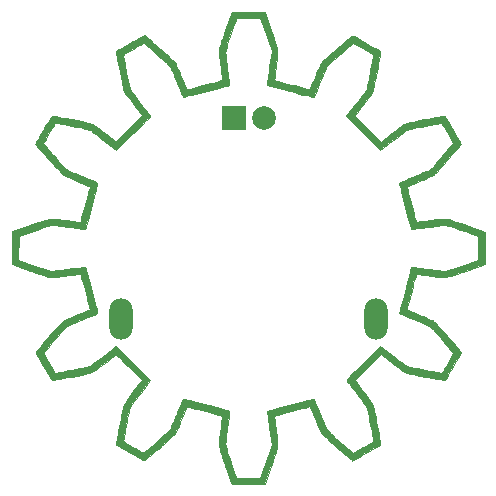
<source format=gbr>
%TF.GenerationSoftware,KiCad,Pcbnew,8.0.5*%
%TF.CreationDate,2025-02-18T11:52:44+00:00*%
%TF.ProjectId,solder_badge_SO,736f6c64-6572-45f6-9261-6467655f534f,v2*%
%TF.SameCoordinates,Original*%
%TF.FileFunction,Soldermask,Top*%
%TF.FilePolarity,Negative*%
%FSLAX46Y46*%
G04 Gerber Fmt 4.6, Leading zero omitted, Abs format (unit mm)*
G04 Created by KiCad (PCBNEW 8.0.5) date 2025-02-18 11:52:44*
%MOMM*%
%LPD*%
G01*
G04 APERTURE LIST*
%ADD10C,0.010000*%
%ADD11R,2.000000X2.000000*%
%ADD12C,2.000000*%
%ADD13O,2.000000X3.500000*%
G04 APERTURE END LIST*
D10*
%TO.C,G\u002A\u002A\u002A*%
X230934787Y-119658526D02*
X231077601Y-120068910D01*
X231195626Y-120411110D01*
X231290367Y-120697425D01*
X231363327Y-120940149D01*
X231416011Y-121151582D01*
X231449923Y-121344020D01*
X231466566Y-121529759D01*
X231467445Y-121721098D01*
X231454064Y-121930333D01*
X231427926Y-122169762D01*
X231390536Y-122451681D01*
X231343398Y-122788388D01*
X231329651Y-122887000D01*
X231291256Y-123166647D01*
X231257712Y-123416967D01*
X231230523Y-123626242D01*
X231211190Y-123782759D01*
X231201215Y-123874799D01*
X231200468Y-123894510D01*
X231242570Y-123909069D01*
X231355259Y-123941936D01*
X231527464Y-123990162D01*
X231748116Y-124050801D01*
X232006145Y-124120906D01*
X232290482Y-124197528D01*
X232590057Y-124277720D01*
X232893801Y-124358536D01*
X233190644Y-124437028D01*
X233469516Y-124510247D01*
X233719349Y-124575248D01*
X233929072Y-124629082D01*
X234087616Y-124668802D01*
X234183911Y-124691461D01*
X234208644Y-124695468D01*
X234227635Y-124654307D01*
X234274186Y-124545369D01*
X234343866Y-124379264D01*
X234432242Y-124166604D01*
X234534884Y-123918002D01*
X234628798Y-123689377D01*
X234746415Y-123405087D01*
X234860002Y-123135482D01*
X234963685Y-122894127D01*
X235051590Y-122694585D01*
X235117845Y-122550422D01*
X235148392Y-122489362D01*
X235192669Y-122421063D01*
X235261634Y-122337117D01*
X235361208Y-122231921D01*
X235497313Y-122099871D01*
X235675869Y-121935366D01*
X235902798Y-121732802D01*
X236184020Y-121486575D01*
X236468131Y-121240529D01*
X236742768Y-121003671D01*
X236999353Y-120782669D01*
X237230323Y-120584016D01*
X237428115Y-120414203D01*
X237585168Y-120279722D01*
X237693918Y-120187065D01*
X237746804Y-120142725D01*
X237748469Y-120141402D01*
X237775934Y-120129188D01*
X237817808Y-120130981D01*
X237881915Y-120150647D01*
X237976080Y-120192050D01*
X238108126Y-120259055D01*
X238285877Y-120355528D01*
X238517158Y-120485334D01*
X238809792Y-120652338D01*
X238976111Y-120747863D01*
X239261187Y-120912287D01*
X239523133Y-121064283D01*
X239752773Y-121198455D01*
X239940930Y-121309405D01*
X240078428Y-121391738D01*
X240156091Y-121440058D01*
X240169502Y-121449662D01*
X240171557Y-121500328D01*
X240157424Y-121628129D01*
X240128048Y-121827287D01*
X240084373Y-122092023D01*
X240027345Y-122416558D01*
X239957908Y-122795113D01*
X239895296Y-123126506D01*
X239814485Y-123547218D01*
X239746842Y-123893299D01*
X239690300Y-124173402D01*
X239642794Y-124396183D01*
X239602260Y-124570293D01*
X239566631Y-124704389D01*
X239533843Y-124807122D01*
X239501830Y-124887149D01*
X239468526Y-124953121D01*
X239452983Y-124979841D01*
X239390657Y-125073810D01*
X239285180Y-125222206D01*
X239145587Y-125412780D01*
X238980911Y-125633285D01*
X238800185Y-125871473D01*
X238679440Y-126028612D01*
X238502487Y-126259018D01*
X238344101Y-126467744D01*
X238211283Y-126645356D01*
X238111034Y-126782425D01*
X238050356Y-126869520D01*
X238035000Y-126896714D01*
X238063955Y-126933322D01*
X238146361Y-127022649D01*
X238275532Y-127157817D01*
X238444784Y-127331946D01*
X238647429Y-127538157D01*
X238876782Y-127769573D01*
X239125084Y-128018242D01*
X240215167Y-129106040D01*
X241137201Y-128394988D01*
X241390061Y-128202312D01*
X241631453Y-128022703D01*
X241850299Y-127864073D01*
X242035516Y-127734335D01*
X242176025Y-127641401D01*
X242259034Y-127593941D01*
X242343663Y-127566195D01*
X242495299Y-127527164D01*
X242703161Y-127478926D01*
X242956467Y-127423564D01*
X243244439Y-127363156D01*
X243556295Y-127299783D01*
X243881253Y-127235525D01*
X244208535Y-127172462D01*
X244527358Y-127112674D01*
X244826943Y-127058241D01*
X245096508Y-127011243D01*
X245325273Y-126973761D01*
X245502457Y-126947874D01*
X245617280Y-126935663D01*
X245658362Y-126938054D01*
X245695830Y-126991255D01*
X245766651Y-127105448D01*
X245864706Y-127269832D01*
X245983880Y-127473602D01*
X246118055Y-127705956D01*
X246261114Y-127956090D01*
X246406942Y-128213202D01*
X246549421Y-128466489D01*
X246682434Y-128705148D01*
X246799865Y-128918376D01*
X246895596Y-129095370D01*
X246963512Y-129225327D01*
X246997495Y-129297444D01*
X247000181Y-129307871D01*
X246967717Y-129360076D01*
X246885711Y-129466411D01*
X246761618Y-129618397D01*
X246602894Y-129807554D01*
X246416994Y-130025404D01*
X246211371Y-130263466D01*
X245993482Y-130513262D01*
X245770780Y-130766313D01*
X245550721Y-131014139D01*
X245340760Y-131248261D01*
X245148350Y-131460201D01*
X244980949Y-131641478D01*
X244846009Y-131783613D01*
X244750986Y-131878128D01*
X244709618Y-131913178D01*
X244623168Y-131960021D01*
X244470605Y-132032685D01*
X244264460Y-132125620D01*
X244017260Y-132233275D01*
X243741532Y-132350097D01*
X243474834Y-132460328D01*
X243195490Y-132574420D01*
X242943203Y-132677519D01*
X242728173Y-132765453D01*
X242560599Y-132834048D01*
X242450682Y-132879132D01*
X242408622Y-132896531D01*
X242408510Y-132896585D01*
X242417134Y-132936612D01*
X242444918Y-133047354D01*
X242488924Y-133217794D01*
X242546212Y-133436914D01*
X242613845Y-133693698D01*
X242688882Y-133977128D01*
X242768386Y-134276188D01*
X242849418Y-134579859D01*
X242929039Y-134877126D01*
X243004309Y-135156971D01*
X243072291Y-135408378D01*
X243130045Y-135620328D01*
X243174633Y-135781805D01*
X243203116Y-135881792D01*
X243212372Y-135910150D01*
X243255326Y-135907465D01*
X243370814Y-135894535D01*
X243547515Y-135872785D01*
X243774103Y-135843638D01*
X244039256Y-135808518D01*
X244280078Y-135775910D01*
X244587141Y-135735421D01*
X244882197Y-135699247D01*
X245149863Y-135669065D01*
X245374754Y-135646553D01*
X245541483Y-135633388D01*
X245612667Y-135630633D01*
X245690459Y-135632922D01*
X245774382Y-135641933D01*
X245873150Y-135660243D01*
X245995481Y-135690431D01*
X246150089Y-135735076D01*
X246345691Y-135796755D01*
X246591002Y-135878046D01*
X246894738Y-135981528D01*
X247265616Y-136109780D01*
X247454167Y-136175365D01*
X249020500Y-136720850D01*
X249020500Y-139498198D01*
X247475334Y-140037726D01*
X247063370Y-140181844D01*
X246719450Y-140300890D01*
X246431234Y-140396389D01*
X246186384Y-140469867D01*
X245972561Y-140522847D01*
X245777428Y-140556855D01*
X245588647Y-140573416D01*
X245393877Y-140574053D01*
X245180783Y-140560292D01*
X244937024Y-140533658D01*
X244650263Y-140495676D01*
X244308162Y-140447869D01*
X244236834Y-140437932D01*
X243954496Y-140398948D01*
X243701755Y-140364515D01*
X243490116Y-140336162D01*
X243331083Y-140315419D01*
X243236159Y-140303814D01*
X243213976Y-140301970D01*
X243201127Y-140342910D01*
X243169685Y-140454484D01*
X243122595Y-140625668D01*
X243062803Y-140845438D01*
X242993252Y-141102768D01*
X242916889Y-141386635D01*
X242836658Y-141686015D01*
X242755505Y-141989882D01*
X242676376Y-142287212D01*
X242602214Y-142566981D01*
X242535965Y-142818165D01*
X242480575Y-143029739D01*
X242438988Y-143190678D01*
X242414150Y-143289958D01*
X242408347Y-143317627D01*
X242448078Y-143334835D01*
X242555926Y-143379786D01*
X242721613Y-143448243D01*
X242934863Y-143535970D01*
X243185396Y-143638730D01*
X243459867Y-143751035D01*
X243749263Y-143870745D01*
X244022170Y-143986319D01*
X244265826Y-144092144D01*
X244467472Y-144182608D01*
X244614347Y-144252097D01*
X244687534Y-144291054D01*
X244772775Y-144360216D01*
X244908760Y-144493246D01*
X245093378Y-144687867D01*
X245324522Y-144941801D01*
X245600081Y-145252772D01*
X245917947Y-145618503D01*
X245930167Y-145632678D01*
X246166914Y-145908273D01*
X246385838Y-146164831D01*
X246580834Y-146395068D01*
X246745797Y-146591700D01*
X246874624Y-146747444D01*
X246961209Y-146855017D01*
X246999447Y-146907136D01*
X247000695Y-146909933D01*
X246982925Y-146955086D01*
X246928551Y-147062507D01*
X246843709Y-147221378D01*
X246734541Y-147420882D01*
X246607183Y-147650203D01*
X246467774Y-147898523D01*
X246322455Y-148155024D01*
X246177362Y-148408889D01*
X246038636Y-148649302D01*
X245912414Y-148865445D01*
X245804836Y-149046501D01*
X245722040Y-149181653D01*
X245670165Y-149260083D01*
X245659729Y-149272871D01*
X245606297Y-149276488D01*
X245472501Y-149262705D01*
X245260753Y-149231910D01*
X244973467Y-149184488D01*
X244613056Y-149120827D01*
X244181933Y-149041313D01*
X243996428Y-149006332D01*
X243570726Y-148925061D01*
X243219910Y-148856626D01*
X242935503Y-148799051D01*
X242709030Y-148750360D01*
X242532015Y-148708579D01*
X242395982Y-148671730D01*
X242292455Y-148637839D01*
X242212960Y-148604930D01*
X242162500Y-148578852D01*
X242070781Y-148519797D01*
X241924398Y-148416913D01*
X241735115Y-148278865D01*
X241514698Y-148114320D01*
X241274911Y-147931943D01*
X241083000Y-147783666D01*
X240215167Y-147108381D01*
X239108543Y-148211350D01*
X238001919Y-149314320D01*
X238661011Y-150165910D01*
X238849989Y-150412348D01*
X239029065Y-150650092D01*
X239189204Y-150866820D01*
X239321372Y-151050211D01*
X239416534Y-151187943D01*
X239456142Y-151250334D01*
X239492479Y-151317100D01*
X239525846Y-151391436D01*
X239558378Y-151482246D01*
X239592206Y-151598433D01*
X239629465Y-151748901D01*
X239672288Y-151942555D01*
X239722809Y-152188298D01*
X239783160Y-152495034D01*
X239855475Y-152871667D01*
X239897201Y-153091168D01*
X239972973Y-153496838D01*
X240037952Y-153857410D01*
X240091078Y-154166330D01*
X240131288Y-154417044D01*
X240157522Y-154602999D01*
X240168719Y-154717639D01*
X240166361Y-154753291D01*
X240122809Y-154786043D01*
X240016699Y-154853979D01*
X239858907Y-154950775D01*
X239660308Y-155070106D01*
X239431778Y-155205647D01*
X239184193Y-155351076D01*
X238928427Y-155500067D01*
X238675357Y-155646296D01*
X238435857Y-155783439D01*
X238220804Y-155905171D01*
X238041073Y-156005169D01*
X237907539Y-156077108D01*
X237831078Y-156114664D01*
X237818401Y-156118667D01*
X237779110Y-156091867D01*
X237683125Y-156015471D01*
X237537599Y-155895486D01*
X237349687Y-155737920D01*
X237126544Y-155548779D01*
X236875326Y-155334070D01*
X236603186Y-155099800D01*
X236547036Y-155051265D01*
X236182561Y-154734048D01*
X235880171Y-154466443D01*
X235636064Y-154244893D01*
X235446438Y-154065835D01*
X235307491Y-153925712D01*
X235215421Y-153820963D01*
X235179239Y-153770681D01*
X235126526Y-153672889D01*
X235048510Y-153509778D01*
X234951147Y-153294713D01*
X234840394Y-153041061D01*
X234722208Y-152762188D01*
X234626665Y-152530783D01*
X234493045Y-152206188D01*
X234386090Y-151953768D01*
X234302437Y-151766532D01*
X234238723Y-151637492D01*
X234191586Y-151559658D01*
X234157663Y-151526043D01*
X234142349Y-151524161D01*
X234087319Y-151539489D01*
X233960295Y-151574042D01*
X233771076Y-151625181D01*
X233529463Y-151690264D01*
X233245254Y-151766652D01*
X232928251Y-151851704D01*
X232638035Y-151929453D01*
X232303935Y-152019076D01*
X231997053Y-152101737D01*
X231726659Y-152174914D01*
X231502023Y-152236082D01*
X231332415Y-152282720D01*
X231227104Y-152312303D01*
X231194967Y-152322243D01*
X231199302Y-152364446D01*
X231213756Y-152478992D01*
X231236803Y-152654364D01*
X231266917Y-152879043D01*
X231302571Y-153141511D01*
X231330597Y-153345834D01*
X231379286Y-153696008D01*
X231418827Y-153988351D01*
X231447714Y-154235124D01*
X231464443Y-154448590D01*
X231467512Y-154641011D01*
X231455415Y-154824649D01*
X231426648Y-155011768D01*
X231379708Y-155214628D01*
X231313090Y-155445492D01*
X231225290Y-155716624D01*
X231114804Y-156040284D01*
X230980127Y-156428735D01*
X230937256Y-156552584D01*
X230399452Y-158108334D01*
X229012725Y-158108334D01*
X228675790Y-158107220D01*
X228367622Y-158104059D01*
X228098179Y-158099115D01*
X227877418Y-158092657D01*
X227715298Y-158084950D01*
X227621779Y-158076262D01*
X227602654Y-158070564D01*
X227584017Y-158023333D01*
X227540963Y-157905004D01*
X227476647Y-157724531D01*
X227394226Y-157490866D01*
X227296854Y-157212963D01*
X227187689Y-156899774D01*
X227069886Y-156560253D01*
X227049822Y-156502278D01*
X226909285Y-156094123D01*
X226795011Y-155757276D01*
X226704515Y-155483409D01*
X226635308Y-155264195D01*
X226584905Y-155091307D01*
X226550818Y-154956416D01*
X226530561Y-154851195D01*
X226521646Y-154767317D01*
X226520666Y-154730298D01*
X226526435Y-154621472D01*
X226542476Y-154443434D01*
X226567174Y-154210802D01*
X226598917Y-153938192D01*
X226636091Y-153640222D01*
X226666363Y-153410392D01*
X226705187Y-153118795D01*
X226739225Y-152856224D01*
X226767098Y-152633907D01*
X226787423Y-152463072D01*
X226798821Y-152354950D01*
X226800355Y-152320577D01*
X226753609Y-152302934D01*
X226636696Y-152267828D01*
X226460771Y-152218163D01*
X226236988Y-152156844D01*
X225976501Y-152086774D01*
X225690465Y-152010857D01*
X225390033Y-151931996D01*
X225086360Y-151853095D01*
X224790600Y-151777059D01*
X224513908Y-151706790D01*
X224267437Y-151645192D01*
X224062342Y-151595170D01*
X223909778Y-151559627D01*
X223820898Y-151541466D01*
X223802675Y-151540202D01*
X223779231Y-151585328D01*
X223728380Y-151698212D01*
X223654688Y-151868212D01*
X223562719Y-152084688D01*
X223457038Y-152336999D01*
X223351558Y-152591790D01*
X223232751Y-152877431D01*
X223118901Y-153145787D01*
X223015564Y-153384175D01*
X222928295Y-153579911D01*
X222862650Y-153720309D01*
X222828715Y-153785481D01*
X222767861Y-153860333D01*
X222646446Y-153984707D01*
X222469194Y-154154215D01*
X222240826Y-154364468D01*
X221966068Y-154611078D01*
X221649642Y-154889656D01*
X221501832Y-155018278D01*
X221226618Y-155256412D01*
X220970262Y-155477136D01*
X220740057Y-155674254D01*
X220543298Y-155841567D01*
X220387278Y-155972877D01*
X220279290Y-156061987D01*
X220226627Y-156102700D01*
X220223749Y-156104341D01*
X220179165Y-156088423D01*
X220072049Y-156036139D01*
X219913167Y-155953500D01*
X219713285Y-155846518D01*
X219483167Y-155721206D01*
X219233580Y-155583575D01*
X218975289Y-155439638D01*
X218719059Y-155295406D01*
X218475657Y-155156892D01*
X218255847Y-155030108D01*
X218070396Y-154921066D01*
X217930068Y-154835777D01*
X217845629Y-154780255D01*
X217829337Y-154767177D01*
X217827601Y-154717702D01*
X217841393Y-154596187D01*
X217868631Y-154413408D01*
X217907237Y-154180140D01*
X217955131Y-153907160D01*
X218010233Y-153605243D01*
X218070463Y-153285164D01*
X218133742Y-152957701D01*
X218197990Y-152633627D01*
X218261127Y-152323719D01*
X218321073Y-152038754D01*
X218375750Y-151789506D01*
X218423076Y-151586751D01*
X218460972Y-151441265D01*
X218485372Y-151368034D01*
X218535005Y-151281389D01*
X218629114Y-151139306D01*
X218759792Y-150952866D01*
X218919130Y-150733148D01*
X219099223Y-150491233D01*
X219285988Y-150246201D01*
X219997040Y-149324167D01*
X218909242Y-148234084D01*
X218659575Y-147984782D01*
X218428274Y-147755529D01*
X218222218Y-147553011D01*
X218048283Y-147383914D01*
X217913344Y-147254922D01*
X217824281Y-147172723D01*
X217788000Y-147144000D01*
X217746828Y-147168882D01*
X217648044Y-147238977D01*
X217500818Y-147347458D01*
X217314325Y-147487499D01*
X217097736Y-147652275D01*
X216877528Y-147821583D01*
X216629515Y-148011007D01*
X216391846Y-148188471D01*
X216176209Y-148345559D01*
X215994293Y-148473855D01*
X215857786Y-148564943D01*
X215788834Y-148605515D01*
X215702769Y-148640790D01*
X215573337Y-148680700D01*
X215393902Y-148726751D01*
X215157825Y-148780450D01*
X214858472Y-148843301D01*
X214489203Y-148916810D01*
X214043384Y-149002483D01*
X214017280Y-149007432D01*
X213663607Y-149074177D01*
X213335130Y-149135649D01*
X213041368Y-149190107D01*
X212791843Y-149235807D01*
X212596076Y-149271008D01*
X212463588Y-149293966D01*
X212403901Y-149302938D01*
X212402444Y-149303000D01*
X212366231Y-149267581D01*
X212295853Y-149168419D01*
X212197427Y-149016156D01*
X212077071Y-148821434D01*
X211940903Y-148594894D01*
X211795041Y-148347179D01*
X211645604Y-148088931D01*
X211498708Y-147830791D01*
X211360472Y-147583402D01*
X211237015Y-147357404D01*
X211134453Y-147163441D01*
X211058905Y-147012155D01*
X211016490Y-146914186D01*
X211010379Y-146881567D01*
X211044593Y-146838693D01*
X211128077Y-146739197D01*
X211254583Y-146590378D01*
X211417861Y-146399537D01*
X211611664Y-146173975D01*
X211829742Y-145920992D01*
X212065847Y-145647887D01*
X212107522Y-145599760D01*
X212396213Y-145267744D01*
X212636382Y-144994719D01*
X212833749Y-144774666D01*
X212994031Y-144601565D01*
X213122947Y-144469397D01*
X213226216Y-144372141D01*
X213309556Y-144303777D01*
X213378685Y-144258287D01*
X213385339Y-144254600D01*
X213484160Y-144206101D01*
X213647801Y-144131889D01*
X213862553Y-144037909D01*
X214114712Y-143930105D01*
X214390570Y-143814423D01*
X214587455Y-143733163D01*
X214857465Y-143622179D01*
X215100423Y-143521746D01*
X215305695Y-143436304D01*
X215462648Y-143370298D01*
X215560645Y-143328170D01*
X215589582Y-143314530D01*
X215582199Y-143272271D01*
X215555459Y-143159534D01*
X215512342Y-142987503D01*
X215455828Y-142767367D01*
X215388900Y-142510312D01*
X215314536Y-142227526D01*
X215235719Y-141930195D01*
X215155428Y-141629506D01*
X215076644Y-141336647D01*
X215002348Y-141062804D01*
X214935520Y-140819165D01*
X214879141Y-140616917D01*
X214836193Y-140467246D01*
X214809654Y-140381340D01*
X214804386Y-140367514D01*
X214787251Y-140347497D01*
X214751614Y-140335209D01*
X214687533Y-140331334D01*
X214585067Y-140336555D01*
X214434276Y-140351556D01*
X214225219Y-140377023D01*
X213947954Y-140413637D01*
X213756834Y-140439587D01*
X213406639Y-140487877D01*
X213114278Y-140527089D01*
X212867497Y-140555707D01*
X212654038Y-140572213D01*
X212461647Y-140575091D01*
X212278068Y-140562824D01*
X212091044Y-140533893D01*
X211888321Y-140486783D01*
X211657642Y-140419976D01*
X211386752Y-140331954D01*
X211063395Y-140221201D01*
X210675315Y-140086200D01*
X210549741Y-140042584D01*
X208993606Y-139502834D01*
X208996593Y-139121834D01*
X209544688Y-139121834D01*
X210941519Y-139602685D01*
X212338349Y-140083537D01*
X213766278Y-139890983D01*
X214103195Y-139845798D01*
X214412103Y-139804847D01*
X214683327Y-139769376D01*
X214907192Y-139740629D01*
X215074023Y-139719853D01*
X215174148Y-139708291D01*
X215199708Y-139706464D01*
X215213101Y-139750299D01*
X215245370Y-139866252D01*
X215293923Y-140044541D01*
X215356171Y-140275382D01*
X215429520Y-140548995D01*
X215511382Y-140855596D01*
X215599163Y-141185404D01*
X215690273Y-141528635D01*
X215782122Y-141875509D01*
X215872117Y-142216243D01*
X215957668Y-142541054D01*
X216036184Y-142840160D01*
X216105073Y-143103779D01*
X216161745Y-143322128D01*
X216203608Y-143485426D01*
X216228071Y-143583891D01*
X216233455Y-143609167D01*
X216195375Y-143635366D01*
X216088509Y-143688637D01*
X215922682Y-143764609D01*
X215707719Y-143858909D01*
X215453444Y-143967166D01*
X215169683Y-144085008D01*
X215100200Y-144113448D01*
X214797454Y-144237713D01*
X214509486Y-144357198D01*
X214248785Y-144466623D01*
X214027836Y-144560707D01*
X213859128Y-144634172D01*
X213755147Y-144681735D01*
X213748621Y-144684948D01*
X213679000Y-144724613D01*
X213603058Y-144779780D01*
X213514003Y-144857424D01*
X213405046Y-144964523D01*
X213269397Y-145108055D01*
X213100266Y-145294995D01*
X212890862Y-145532322D01*
X212634396Y-145827011D01*
X212612023Y-145852834D01*
X212391439Y-146108267D01*
X212188708Y-146344511D01*
X212010509Y-146553667D01*
X211863517Y-146727841D01*
X211754409Y-146859137D01*
X211689862Y-146939657D01*
X211674938Y-146961089D01*
X211690480Y-147006735D01*
X211741492Y-147112753D01*
X211820860Y-147266338D01*
X211921466Y-147454685D01*
X212036194Y-147664989D01*
X212157931Y-147884445D01*
X212279558Y-148100249D01*
X212393961Y-148299595D01*
X212494023Y-148469678D01*
X212572629Y-148597695D01*
X212622662Y-148670839D01*
X212629335Y-148678508D01*
X212676792Y-148678334D01*
X212797474Y-148663394D01*
X212981538Y-148635314D01*
X213219145Y-148595720D01*
X213500454Y-148546236D01*
X213815624Y-148488489D01*
X214065718Y-148441228D01*
X214454814Y-148366222D01*
X214769931Y-148303942D01*
X215020413Y-148252096D01*
X215215606Y-148208392D01*
X215364855Y-148170540D01*
X215477505Y-148136248D01*
X215562900Y-148103225D01*
X215630387Y-148069179D01*
X215662425Y-148049721D01*
X215745003Y-147992283D01*
X215883818Y-147890560D01*
X216068422Y-147752432D01*
X216288366Y-147585780D01*
X216533203Y-147398485D01*
X216792482Y-147198429D01*
X216842517Y-147159624D01*
X217831372Y-146392082D01*
X219276022Y-147837187D01*
X220720671Y-149282292D01*
X219883761Y-150365642D01*
X219677701Y-150633888D01*
X219486538Y-150885615D01*
X219316993Y-151111753D01*
X219175783Y-151303230D01*
X219069630Y-151450973D01*
X219005252Y-151545913D01*
X218990277Y-151571913D01*
X218968714Y-151642360D01*
X218933808Y-151785136D01*
X218887906Y-151989369D01*
X218833354Y-152244186D01*
X218772498Y-152538716D01*
X218707684Y-152862087D01*
X218666856Y-153070667D01*
X218590064Y-153471258D01*
X218530078Y-153795416D01*
X218485926Y-154049485D01*
X218456637Y-154239812D01*
X218441238Y-154372742D01*
X218438758Y-154454620D01*
X218448225Y-154491793D01*
X218449087Y-154492680D01*
X218504459Y-154531467D01*
X218618413Y-154602008D01*
X218777864Y-154696883D01*
X218969724Y-154808670D01*
X219180906Y-154929946D01*
X219398325Y-155053290D01*
X219608893Y-155171280D01*
X219799524Y-155276495D01*
X219957130Y-155361513D01*
X220068626Y-155418911D01*
X220120924Y-155441268D01*
X220121829Y-155441334D01*
X220172395Y-155413856D01*
X220276060Y-155336707D01*
X220423866Y-155217814D01*
X220606856Y-155065103D01*
X220816071Y-154886501D01*
X221042555Y-154689934D01*
X221277350Y-154483330D01*
X221511498Y-154274614D01*
X221736043Y-154071714D01*
X221942026Y-153882556D01*
X222120489Y-153715067D01*
X222262476Y-153577173D01*
X222359029Y-153476801D01*
X222399131Y-153426114D01*
X222438239Y-153345063D01*
X222504068Y-153197044D01*
X222591700Y-152993623D01*
X222696213Y-152746363D01*
X222812688Y-152466828D01*
X222936205Y-152166584D01*
X222964609Y-152097000D01*
X223085554Y-151801716D01*
X223197280Y-151531680D01*
X223295547Y-151296927D01*
X223376114Y-151107489D01*
X223434740Y-150973402D01*
X223467185Y-150904700D01*
X223471238Y-150898274D01*
X223514787Y-150904150D01*
X223630433Y-150929273D01*
X223808450Y-150971137D01*
X224039109Y-151027237D01*
X224312684Y-151095069D01*
X224619446Y-151172127D01*
X224949668Y-151255907D01*
X225293624Y-151343903D01*
X225641584Y-151433611D01*
X225983823Y-151522525D01*
X226310613Y-151608140D01*
X226612225Y-151687953D01*
X226878933Y-151759456D01*
X227101010Y-151820147D01*
X227268727Y-151867519D01*
X227372358Y-151899067D01*
X227401564Y-151910399D01*
X227399440Y-151952886D01*
X227386996Y-152068937D01*
X227365513Y-152248249D01*
X227336274Y-152480516D01*
X227300558Y-152755435D01*
X227259646Y-153062702D01*
X227242814Y-153187204D01*
X227199034Y-153517031D01*
X227159356Y-153830060D01*
X227125251Y-154113557D01*
X227098189Y-154354790D01*
X227079641Y-154541024D01*
X227071077Y-154659527D01*
X227070667Y-154677939D01*
X227076380Y-154750028D01*
X227094713Y-154849839D01*
X227127455Y-154982963D01*
X227176395Y-155154992D01*
X227243322Y-155371518D01*
X227330026Y-155638133D01*
X227438296Y-155960427D01*
X227569920Y-156343994D01*
X227726688Y-156794425D01*
X227910390Y-157317312D01*
X227961968Y-157463506D01*
X228010810Y-157601845D01*
X230003658Y-157579167D01*
X230976596Y-154786673D01*
X230784929Y-153367753D01*
X230740305Y-153030874D01*
X230700953Y-152721012D01*
X230667997Y-152448059D01*
X230642562Y-152221907D01*
X230625773Y-152052448D01*
X230618754Y-151949575D01*
X230620548Y-151922097D01*
X230665669Y-151905945D01*
X230782361Y-151871187D01*
X230960939Y-151820410D01*
X231191720Y-151756200D01*
X231465023Y-151681147D01*
X231771162Y-151597837D01*
X232100456Y-151508857D01*
X232443221Y-151416795D01*
X232789775Y-151324238D01*
X233130433Y-151233774D01*
X233455513Y-151147991D01*
X233755332Y-151069474D01*
X234020207Y-151000813D01*
X234240454Y-150944594D01*
X234406391Y-150903404D01*
X234508334Y-150879832D01*
X234537398Y-150875482D01*
X234555494Y-150916903D01*
X234601657Y-151027179D01*
X234671955Y-151196784D01*
X234762453Y-151416188D01*
X234869215Y-151675861D01*
X234988309Y-151966276D01*
X235050487Y-152118167D01*
X235178082Y-152427625D01*
X235299409Y-152717334D01*
X235409778Y-152976443D01*
X235504500Y-153194099D01*
X235578884Y-153359452D01*
X235628242Y-153461650D01*
X235640293Y-153482991D01*
X235692903Y-153543199D01*
X235801706Y-153650621D01*
X235958385Y-153797638D01*
X236154623Y-153976630D01*
X236382100Y-154179978D01*
X236632500Y-154400064D01*
X236802047Y-154547136D01*
X237876260Y-155474123D01*
X238728214Y-154984885D01*
X238970485Y-154845674D01*
X239187121Y-154721029D01*
X239367700Y-154616960D01*
X239501799Y-154539478D01*
X239578997Y-154494592D01*
X239593622Y-154485841D01*
X239589282Y-154443467D01*
X239570799Y-154327645D01*
X239539896Y-154148092D01*
X239498299Y-153914526D01*
X239447730Y-153636664D01*
X239389914Y-153324226D01*
X239345166Y-153085434D01*
X239270014Y-152690329D01*
X239207095Y-152369578D01*
X239154250Y-152114100D01*
X239109322Y-151914814D01*
X239070153Y-151762639D01*
X239034586Y-151648495D01*
X239000463Y-151563300D01*
X238969479Y-151504334D01*
X238922010Y-151434240D01*
X238830961Y-151308009D01*
X238704549Y-151136479D01*
X238550988Y-150930490D01*
X238378493Y-150700879D01*
X238195280Y-150458486D01*
X238009564Y-150214150D01*
X237829561Y-149978709D01*
X237663484Y-149763002D01*
X237519550Y-149577868D01*
X237405973Y-149434145D01*
X237331789Y-149343629D01*
X237325135Y-149322202D01*
X237336385Y-149287504D01*
X237370109Y-149234578D01*
X237430875Y-149158464D01*
X237523252Y-149054203D01*
X237651807Y-148916838D01*
X237821110Y-148741408D01*
X238035729Y-148522955D01*
X238300232Y-148256521D01*
X238619188Y-147937146D01*
X238724391Y-147832052D01*
X240172834Y-146385679D01*
X241188834Y-147172741D01*
X241451667Y-147375575D01*
X241700584Y-147566211D01*
X241925596Y-147737112D01*
X242116718Y-147880743D01*
X242263964Y-147989567D01*
X242357346Y-148056047D01*
X242372983Y-148066366D01*
X242435248Y-148099281D01*
X242522820Y-148132880D01*
X242644286Y-148169208D01*
X242808232Y-148210310D01*
X243023246Y-148258232D01*
X243297914Y-148315020D01*
X243640823Y-148382719D01*
X243955299Y-148443288D01*
X244289222Y-148506734D01*
X244595536Y-148564178D01*
X244864623Y-148613876D01*
X245086867Y-148654083D01*
X245252651Y-148683054D01*
X245352356Y-148699045D01*
X245378056Y-148701406D01*
X245400663Y-148662810D01*
X245459425Y-148561171D01*
X245548356Y-148406877D01*
X245661471Y-148210321D01*
X245792784Y-147981892D01*
X245876883Y-147835485D01*
X246367119Y-146981802D01*
X245440796Y-145909318D01*
X245213733Y-145648585D01*
X244998256Y-145405230D01*
X244802041Y-145187612D01*
X244632762Y-145004093D01*
X244498093Y-144863030D01*
X244405711Y-144772784D01*
X244372436Y-144745629D01*
X244298078Y-144706886D01*
X244156244Y-144641290D01*
X243957988Y-144553636D01*
X243714364Y-144448721D01*
X243436425Y-144331341D01*
X243135224Y-144206292D01*
X243027934Y-144162247D01*
X242727886Y-144038820D01*
X242453046Y-143924585D01*
X242213252Y-143823723D01*
X242018340Y-143740416D01*
X241878146Y-143678846D01*
X241802508Y-143643195D01*
X241792413Y-143637013D01*
X241797470Y-143592169D01*
X241822176Y-143475384D01*
X241863982Y-143296420D01*
X241920336Y-143065039D01*
X241988686Y-142791004D01*
X242066481Y-142484078D01*
X242151171Y-142154022D01*
X242240204Y-141810600D01*
X242331029Y-141463574D01*
X242421095Y-141122707D01*
X242507850Y-140797760D01*
X242588744Y-140498497D01*
X242661225Y-140234680D01*
X242722742Y-140016072D01*
X242770744Y-139852434D01*
X242802679Y-139753530D01*
X242813851Y-139728304D01*
X242860481Y-139727027D01*
X242981068Y-139736411D01*
X243165725Y-139755336D01*
X243404564Y-139782681D01*
X243687700Y-139817328D01*
X244005245Y-139858155D01*
X244258000Y-139891882D01*
X245676167Y-140083991D01*
X247073167Y-139598821D01*
X248470167Y-139113650D01*
X248481507Y-138116116D01*
X248492848Y-137118581D01*
X248312174Y-137051891D01*
X248225739Y-137020887D01*
X248071385Y-136966454D01*
X247861215Y-136892824D01*
X247607334Y-136804226D01*
X247321843Y-136704891D01*
X247016847Y-136599047D01*
X246968903Y-136582434D01*
X246608374Y-136458646D01*
X246317525Y-136361598D01*
X246086684Y-136288505D01*
X245906180Y-136236580D01*
X245766342Y-136203037D01*
X245657499Y-136185088D01*
X245571903Y-136179944D01*
X245469818Y-136185671D01*
X245296922Y-136201716D01*
X245066243Y-136226598D01*
X244790811Y-136258833D01*
X244483654Y-136296940D01*
X244157801Y-136339436D01*
X244090040Y-136348533D01*
X243774642Y-136389959D01*
X243486647Y-136425623D01*
X243236656Y-136454384D01*
X243035273Y-136475101D01*
X242893101Y-136486633D01*
X242820744Y-136487839D01*
X242814049Y-136485840D01*
X242794256Y-136436032D01*
X242756669Y-136314949D01*
X242703842Y-136132346D01*
X242638328Y-135897982D01*
X242562682Y-135621612D01*
X242479458Y-135312996D01*
X242391209Y-134981889D01*
X242300489Y-134638048D01*
X242209852Y-134291232D01*
X242121851Y-133951197D01*
X242039042Y-133627699D01*
X241963977Y-133330497D01*
X241899210Y-133069348D01*
X241847296Y-132854008D01*
X241810787Y-132694234D01*
X241792239Y-132599785D01*
X241791174Y-132577864D01*
X241837301Y-132554687D01*
X241951920Y-132504028D01*
X242125017Y-132430110D01*
X242346578Y-132337156D01*
X242606588Y-132229389D01*
X242895035Y-132111034D01*
X242988000Y-132073123D01*
X243291305Y-131948813D01*
X243576471Y-131830422D01*
X243831942Y-131722865D01*
X244046157Y-131631060D01*
X244207559Y-131559922D01*
X244304588Y-131514367D01*
X244316414Y-131508119D01*
X244397048Y-131445312D01*
X244527837Y-131319363D01*
X244706019Y-131133217D01*
X244928829Y-130889822D01*
X245193501Y-130592122D01*
X245424824Y-130326890D01*
X246368986Y-129236613D01*
X245900897Y-128421890D01*
X245762388Y-128182280D01*
X245635801Y-127966065D01*
X245527897Y-127784571D01*
X245445439Y-127649126D01*
X245395188Y-127571056D01*
X245385154Y-127557934D01*
X245350502Y-127547692D01*
X245272692Y-127549107D01*
X245145235Y-127563167D01*
X244961643Y-127590860D01*
X244715428Y-127633176D01*
X244400101Y-127691103D01*
X244009174Y-127765629D01*
X243961667Y-127774807D01*
X243625984Y-127840725D01*
X243312500Y-127904171D01*
X243032080Y-127962801D01*
X242795589Y-128014271D01*
X242613893Y-128056236D01*
X242497856Y-128086353D01*
X242463793Y-128097981D01*
X242401114Y-128137286D01*
X242280719Y-128221920D01*
X242111672Y-128345168D01*
X241903038Y-128500315D01*
X241663882Y-128680646D01*
X241403269Y-128879446D01*
X241257293Y-128991738D01*
X240172834Y-129828428D01*
X237283740Y-126941030D01*
X238137333Y-125833198D01*
X238344997Y-125561856D01*
X238537413Y-125306948D01*
X238708014Y-125077445D01*
X238850235Y-124882316D01*
X238957507Y-124730532D01*
X239023264Y-124631064D01*
X239040175Y-124599932D01*
X239059911Y-124528570D01*
X239092803Y-124384982D01*
X239136570Y-124180190D01*
X239188932Y-123925214D01*
X239247609Y-123631076D01*
X239310319Y-123308798D01*
X239346002Y-123121968D01*
X239418532Y-122735900D01*
X239475130Y-122425165D01*
X239516897Y-122182161D01*
X239544936Y-121999285D01*
X239560348Y-121868936D01*
X239564234Y-121783510D01*
X239557698Y-121735407D01*
X239549040Y-121721122D01*
X239481263Y-121672385D01*
X239357430Y-121594903D01*
X239190470Y-121495826D01*
X238993315Y-121382304D01*
X238778896Y-121261488D01*
X238560142Y-121140529D01*
X238349985Y-121026577D01*
X238161355Y-120926784D01*
X238007182Y-120848298D01*
X237900398Y-120798272D01*
X237854058Y-120783799D01*
X237810570Y-120815864D01*
X237711130Y-120896817D01*
X237563658Y-121019970D01*
X237376074Y-121178636D01*
X237156301Y-121366127D01*
X236912258Y-121575755D01*
X236743834Y-121721178D01*
X236419954Y-122003329D01*
X236157004Y-122236923D01*
X235950074Y-122426635D01*
X235794252Y-122577141D01*
X235684629Y-122693113D01*
X235616293Y-122779227D01*
X235594897Y-122814827D01*
X235555772Y-122899313D01*
X235489754Y-123050545D01*
X235401789Y-123256818D01*
X235296824Y-123506427D01*
X235179804Y-123787667D01*
X235055676Y-124088831D01*
X235027741Y-124157000D01*
X234907099Y-124451100D01*
X234796680Y-124719095D01*
X234700573Y-124951157D01*
X234622865Y-125137460D01*
X234567644Y-125268176D01*
X234538997Y-125333480D01*
X234536105Y-125338962D01*
X234493468Y-125331931D01*
X234377046Y-125304910D01*
X234194803Y-125259938D01*
X233954705Y-125199053D01*
X233664716Y-125124295D01*
X233332801Y-125037704D01*
X232966926Y-124941317D01*
X232575055Y-124837175D01*
X232551781Y-124830962D01*
X230582541Y-124305167D01*
X230602913Y-124199334D01*
X230613331Y-124132297D01*
X230633223Y-123992361D01*
X230661082Y-123790580D01*
X230695401Y-123538006D01*
X230734672Y-123245693D01*
X230777390Y-122924694D01*
X230799159Y-122760000D01*
X230975034Y-121426500D01*
X230489332Y-120029500D01*
X230003631Y-118632500D01*
X229006957Y-118621160D01*
X228010284Y-118609821D01*
X227926816Y-118853994D01*
X227890583Y-118959233D01*
X227831120Y-119131058D01*
X227753066Y-119356105D01*
X227661058Y-119621011D01*
X227559734Y-119912413D01*
X227457007Y-120207548D01*
X227332840Y-120568128D01*
X227236196Y-120858747D01*
X227164422Y-121088553D01*
X227114862Y-121266690D01*
X227084862Y-121402303D01*
X227071767Y-121504538D01*
X227070667Y-121538381D01*
X227076335Y-121636531D01*
X227092359Y-121805789D01*
X227117271Y-122033428D01*
X227149602Y-122306719D01*
X227187883Y-122612934D01*
X227230646Y-122939344D01*
X227242401Y-123026571D01*
X227284908Y-123343523D01*
X227322738Y-123632220D01*
X227354607Y-123882325D01*
X227379230Y-124083498D01*
X227395323Y-124225402D01*
X227401603Y-124297697D01*
X227401151Y-124304766D01*
X227352050Y-124323355D01*
X227231510Y-124359568D01*
X227049274Y-124410897D01*
X226815081Y-124474836D01*
X226538671Y-124548880D01*
X226229785Y-124630523D01*
X225898163Y-124717258D01*
X225553545Y-124806579D01*
X225205672Y-124895980D01*
X224864284Y-124982956D01*
X224539121Y-125065001D01*
X224239923Y-125139607D01*
X223976431Y-125204270D01*
X223758385Y-125256483D01*
X223595526Y-125293740D01*
X223497593Y-125313535D01*
X223472680Y-125315502D01*
X223448485Y-125268491D01*
X223396648Y-125152896D01*
X223321366Y-124978584D01*
X223226839Y-124755422D01*
X223117267Y-124493275D01*
X222996848Y-124202012D01*
X222944573Y-124074652D01*
X222818743Y-123769148D01*
X222700047Y-123484186D01*
X222593086Y-123230562D01*
X222502458Y-123019072D01*
X222432766Y-122860515D01*
X222388608Y-122765685D01*
X222379761Y-122749078D01*
X222333960Y-122697195D01*
X222233389Y-122598938D01*
X222087363Y-122462505D01*
X221905191Y-122296092D01*
X221696187Y-122107895D01*
X221469662Y-121906112D01*
X221234928Y-121698938D01*
X221001298Y-121494570D01*
X220778083Y-121301204D01*
X220574595Y-121127038D01*
X220400146Y-120980268D01*
X220264048Y-120869090D01*
X220175613Y-120801701D01*
X220149105Y-120785619D01*
X220097749Y-120799865D01*
X219984629Y-120851692D01*
X219820739Y-120935383D01*
X219617072Y-121045216D01*
X219384620Y-121175476D01*
X219242369Y-121257302D01*
X218969102Y-121416812D01*
X218761304Y-121540720D01*
X218610637Y-121634917D01*
X218508769Y-121705296D01*
X218447365Y-121757750D01*
X218418090Y-121798170D01*
X218412610Y-121832448D01*
X218414414Y-121842639D01*
X218427555Y-121905736D01*
X218454417Y-122041201D01*
X218492904Y-122238230D01*
X218540918Y-122486015D01*
X218596361Y-122773750D01*
X218657136Y-123090628D01*
X218689026Y-123257450D01*
X218765244Y-123651450D01*
X218829352Y-123970353D01*
X218883354Y-124222541D01*
X218929251Y-124416401D01*
X218969046Y-124560316D01*
X219004740Y-124662670D01*
X219038336Y-124731849D01*
X219042828Y-124739117D01*
X219094127Y-124812436D01*
X219190022Y-124942643D01*
X219323045Y-125119861D01*
X219485726Y-125334214D01*
X219670593Y-125575826D01*
X219870177Y-125834820D01*
X219931342Y-125913834D01*
X220127757Y-126167932D01*
X220306341Y-126400187D01*
X220460757Y-126602261D01*
X220584668Y-126765814D01*
X220671736Y-126882506D01*
X220715625Y-126943999D01*
X220719671Y-126951234D01*
X220690851Y-126984523D01*
X220607848Y-127071678D01*
X220476461Y-127206813D01*
X220302490Y-127384038D01*
X220091734Y-127597467D01*
X219849992Y-127841211D01*
X219583062Y-128109382D01*
X219296745Y-128396093D01*
X219285590Y-128407245D01*
X217850513Y-129841857D01*
X216829166Y-129052438D01*
X216565246Y-128849251D01*
X216314978Y-128658081D01*
X216088389Y-128486471D01*
X215895502Y-128341964D01*
X215746344Y-128232103D01*
X215650940Y-128164429D01*
X215634202Y-128153419D01*
X215571686Y-128119930D01*
X215486518Y-128086397D01*
X215369868Y-128050704D01*
X215212906Y-128010738D01*
X215006804Y-127964384D01*
X214742733Y-127909525D01*
X214411862Y-127844048D01*
X214058376Y-127775955D01*
X213725005Y-127713231D01*
X213418384Y-127657383D01*
X213148332Y-127610056D01*
X212924671Y-127572895D01*
X212757221Y-127547547D01*
X212655802Y-127535657D01*
X212629063Y-127536462D01*
X212596728Y-127584462D01*
X212531340Y-127691932D01*
X212440224Y-127846063D01*
X212330703Y-128034044D01*
X212210100Y-128243066D01*
X212085739Y-128460316D01*
X211964943Y-128672986D01*
X211855034Y-128868265D01*
X211763338Y-129033343D01*
X211697176Y-129155409D01*
X211663872Y-129221653D01*
X211661334Y-129229262D01*
X211688465Y-129273976D01*
X211764600Y-129372399D01*
X211881847Y-129515538D01*
X212032317Y-129694401D01*
X212208120Y-129899994D01*
X212401365Y-130123325D01*
X212604163Y-130355399D01*
X212808622Y-130587224D01*
X213006854Y-130809808D01*
X213190967Y-131014156D01*
X213353072Y-131191276D01*
X213485278Y-131332175D01*
X213579696Y-131427859D01*
X213624872Y-131467270D01*
X213699303Y-131506358D01*
X213841188Y-131572316D01*
X214039468Y-131660328D01*
X214283082Y-131765579D01*
X214560970Y-131883253D01*
X214862073Y-132008535D01*
X214968497Y-132052305D01*
X215268619Y-132176034D01*
X215543749Y-132290732D01*
X215784002Y-132392180D01*
X215979496Y-132476156D01*
X216120346Y-132538440D01*
X216196670Y-132574810D01*
X216206999Y-132581235D01*
X216201658Y-132625546D01*
X216177012Y-132741922D01*
X216135568Y-132920618D01*
X216079832Y-133151890D01*
X216012311Y-133425994D01*
X215935509Y-133733185D01*
X215851934Y-134063718D01*
X215764092Y-134407850D01*
X215674489Y-134755835D01*
X215585630Y-135097930D01*
X215500023Y-135424390D01*
X215420174Y-135725470D01*
X215348587Y-135991426D01*
X215287771Y-136212515D01*
X215240230Y-136378990D01*
X215208472Y-136481108D01*
X215196712Y-136509396D01*
X215153679Y-136506985D01*
X215037147Y-136494268D01*
X214857486Y-136472543D01*
X214625063Y-136443107D01*
X214350248Y-136407258D01*
X214043411Y-136366292D01*
X213927872Y-136350646D01*
X213598221Y-136306974D01*
X213284353Y-136267517D01*
X212999280Y-136233748D01*
X212756013Y-136207142D01*
X212567563Y-136189170D01*
X212446944Y-136181307D01*
X212430212Y-136181082D01*
X212346480Y-136186563D01*
X212242546Y-136203877D01*
X212109393Y-136235687D01*
X211938007Y-136284656D01*
X211719373Y-136353450D01*
X211444474Y-136444730D01*
X211104296Y-136561162D01*
X210878167Y-136639651D01*
X209565834Y-137096804D01*
X209544688Y-139121834D01*
X208996593Y-139121834D01*
X209004553Y-138106899D01*
X209015500Y-136710965D01*
X210560667Y-136172186D01*
X210963181Y-136032330D01*
X211294772Y-135918493D01*
X211564201Y-135828074D01*
X211780226Y-135758472D01*
X211951607Y-135707082D01*
X212087103Y-135671304D01*
X212195474Y-135648535D01*
X212285480Y-135636173D01*
X212365879Y-135631616D01*
X212381000Y-135631416D01*
X212500434Y-135636675D01*
X212688271Y-135652509D01*
X212929135Y-135677270D01*
X213207651Y-135709308D01*
X213508441Y-135746973D01*
X213714078Y-135774440D01*
X214003098Y-135813316D01*
X214263373Y-135846905D01*
X214483488Y-135873851D01*
X214652030Y-135892797D01*
X214757585Y-135902384D01*
X214789166Y-135902279D01*
X214804571Y-135858168D01*
X214838204Y-135743824D01*
X214887109Y-135570318D01*
X214948330Y-135348721D01*
X215018909Y-135090103D01*
X215095891Y-134805534D01*
X215176319Y-134506084D01*
X215257235Y-134202824D01*
X215335685Y-133906823D01*
X215408711Y-133629153D01*
X215473357Y-133380883D01*
X215526667Y-133173084D01*
X215565683Y-133016826D01*
X215587449Y-132923180D01*
X215590776Y-132900734D01*
X215549559Y-132882371D01*
X215440275Y-132836296D01*
X215273248Y-132766790D01*
X215058800Y-132678134D01*
X214807256Y-132574608D01*
X214528938Y-132460491D01*
X214528931Y-132460489D01*
X214240278Y-132340984D01*
X213969337Y-132226260D01*
X213728541Y-132121780D01*
X213530321Y-132033008D01*
X213387112Y-131965408D01*
X213315731Y-131927311D01*
X213262712Y-131880294D01*
X213163519Y-131779439D01*
X213025432Y-131632953D01*
X212855734Y-131449041D01*
X212661704Y-131235909D01*
X212450623Y-131001764D01*
X212229772Y-130754810D01*
X212006432Y-130503254D01*
X211787883Y-130255302D01*
X211581407Y-130019160D01*
X211394283Y-129803033D01*
X211233793Y-129615128D01*
X211107217Y-129463650D01*
X211021837Y-129356804D01*
X210984933Y-129302798D01*
X210984000Y-129299302D01*
X211004484Y-129253614D01*
X211061831Y-129146624D01*
X211149884Y-128988850D01*
X211262485Y-128790812D01*
X211393476Y-128563027D01*
X211536701Y-128316014D01*
X211686001Y-128060292D01*
X211835219Y-127806379D01*
X211978197Y-127564794D01*
X212108779Y-127346056D01*
X212220806Y-127160683D01*
X212308121Y-127019193D01*
X212364566Y-126932106D01*
X212383462Y-126908667D01*
X212431207Y-126916416D01*
X212552922Y-126938513D01*
X212739452Y-126973231D01*
X212981640Y-127018845D01*
X213270330Y-127073627D01*
X213596367Y-127135852D01*
X213950594Y-127203793D01*
X214039562Y-127220907D01*
X214491529Y-127308850D01*
X214866443Y-127384023D01*
X215170708Y-127447892D01*
X215410733Y-127501924D01*
X215592924Y-127547585D01*
X215723687Y-127586342D01*
X215809430Y-127619660D01*
X215831167Y-127630984D01*
X215909742Y-127682669D01*
X216043267Y-127777297D01*
X216219802Y-127905906D01*
X216427407Y-128059531D01*
X216654143Y-128229208D01*
X216888070Y-128405976D01*
X217117250Y-128580869D01*
X217329743Y-128744924D01*
X217513608Y-128889178D01*
X217611295Y-128967414D01*
X217782756Y-129106342D01*
X218888783Y-127996921D01*
X219994811Y-126887500D01*
X219319862Y-126019667D01*
X219130578Y-125774348D01*
X218953083Y-125540671D01*
X218795859Y-125330087D01*
X218667388Y-125154046D01*
X218576153Y-125024002D01*
X218535990Y-124961334D01*
X218503858Y-124894447D01*
X218469978Y-124800035D01*
X218432542Y-124670303D01*
X218389741Y-124497457D01*
X218339768Y-124273703D01*
X218280815Y-123991247D01*
X218211073Y-123642294D01*
X218128734Y-123219050D01*
X218113710Y-123141000D01*
X218044576Y-122780812D01*
X217980709Y-122446891D01*
X217923830Y-122148317D01*
X217875657Y-121894172D01*
X217837911Y-121693536D01*
X217812311Y-121555490D01*
X217800577Y-121489114D01*
X217800010Y-121484702D01*
X217835263Y-121454492D01*
X217934228Y-121389757D01*
X218086290Y-121296515D01*
X218280832Y-121180784D01*
X218507239Y-121048580D01*
X218754894Y-120905923D01*
X219013181Y-120758830D01*
X219271485Y-120613318D01*
X219519188Y-120475406D01*
X219745677Y-120351111D01*
X219940333Y-120246452D01*
X220092542Y-120167445D01*
X220191686Y-120120109D01*
X220226367Y-120109296D01*
X220283875Y-120149391D01*
X220395177Y-120238979D01*
X220551629Y-120370368D01*
X220744585Y-120535867D01*
X220965402Y-120727787D01*
X221205435Y-120938435D01*
X221456040Y-121160121D01*
X221708571Y-121385155D01*
X221954385Y-121605845D01*
X222184837Y-121814501D01*
X222391283Y-122003432D01*
X222565079Y-122164946D01*
X222697579Y-122291354D01*
X222780139Y-122374964D01*
X222801297Y-122400167D01*
X222848291Y-122484605D01*
X222921129Y-122635247D01*
X223014255Y-122839670D01*
X223122116Y-123085448D01*
X223239155Y-123360157D01*
X223350192Y-123627834D01*
X223464788Y-123907438D01*
X223568642Y-124160254D01*
X223657523Y-124376024D01*
X223727198Y-124544494D01*
X223773436Y-124655410D01*
X223792004Y-124698517D01*
X223792090Y-124698656D01*
X223833227Y-124691100D01*
X223944981Y-124664184D01*
X224116295Y-124620863D01*
X224336114Y-124564089D01*
X224593380Y-124496814D01*
X224877036Y-124421992D01*
X225176027Y-124342575D01*
X225479295Y-124261517D01*
X225775784Y-124181770D01*
X226054437Y-124106287D01*
X226304198Y-124038020D01*
X226514010Y-123979924D01*
X226672815Y-123934950D01*
X226769559Y-123906052D01*
X226794684Y-123896761D01*
X226793972Y-123851791D01*
X226782859Y-123734300D01*
X226762676Y-123555615D01*
X226734755Y-123327065D01*
X226700427Y-123059977D01*
X226666286Y-122804345D01*
X226625931Y-122496341D01*
X226590050Y-122201718D01*
X226560248Y-121935375D01*
X226538133Y-121712215D01*
X226525308Y-121547137D01*
X226522733Y-121472159D01*
X226527083Y-121393947D01*
X226540449Y-121302111D01*
X226565382Y-121188157D01*
X226604432Y-121043593D01*
X226660150Y-120859923D01*
X226735085Y-120628655D01*
X226831787Y-120341294D01*
X226952808Y-119989346D01*
X227063934Y-119669667D01*
X227602737Y-118124500D01*
X230394563Y-118102218D01*
X230934787Y-119658526D01*
G36*
X230934787Y-119658526D02*
G01*
X231077601Y-120068910D01*
X231195626Y-120411110D01*
X231290367Y-120697425D01*
X231363327Y-120940149D01*
X231416011Y-121151582D01*
X231449923Y-121344020D01*
X231466566Y-121529759D01*
X231467445Y-121721098D01*
X231454064Y-121930333D01*
X231427926Y-122169762D01*
X231390536Y-122451681D01*
X231343398Y-122788388D01*
X231329651Y-122887000D01*
X231291256Y-123166647D01*
X231257712Y-123416967D01*
X231230523Y-123626242D01*
X231211190Y-123782759D01*
X231201215Y-123874799D01*
X231200468Y-123894510D01*
X231242570Y-123909069D01*
X231355259Y-123941936D01*
X231527464Y-123990162D01*
X231748116Y-124050801D01*
X232006145Y-124120906D01*
X232290482Y-124197528D01*
X232590057Y-124277720D01*
X232893801Y-124358536D01*
X233190644Y-124437028D01*
X233469516Y-124510247D01*
X233719349Y-124575248D01*
X233929072Y-124629082D01*
X234087616Y-124668802D01*
X234183911Y-124691461D01*
X234208644Y-124695468D01*
X234227635Y-124654307D01*
X234274186Y-124545369D01*
X234343866Y-124379264D01*
X234432242Y-124166604D01*
X234534884Y-123918002D01*
X234628798Y-123689377D01*
X234746415Y-123405087D01*
X234860002Y-123135482D01*
X234963685Y-122894127D01*
X235051590Y-122694585D01*
X235117845Y-122550422D01*
X235148392Y-122489362D01*
X235192669Y-122421063D01*
X235261634Y-122337117D01*
X235361208Y-122231921D01*
X235497313Y-122099871D01*
X235675869Y-121935366D01*
X235902798Y-121732802D01*
X236184020Y-121486575D01*
X236468131Y-121240529D01*
X236742768Y-121003671D01*
X236999353Y-120782669D01*
X237230323Y-120584016D01*
X237428115Y-120414203D01*
X237585168Y-120279722D01*
X237693918Y-120187065D01*
X237746804Y-120142725D01*
X237748469Y-120141402D01*
X237775934Y-120129188D01*
X237817808Y-120130981D01*
X237881915Y-120150647D01*
X237976080Y-120192050D01*
X238108126Y-120259055D01*
X238285877Y-120355528D01*
X238517158Y-120485334D01*
X238809792Y-120652338D01*
X238976111Y-120747863D01*
X239261187Y-120912287D01*
X239523133Y-121064283D01*
X239752773Y-121198455D01*
X239940930Y-121309405D01*
X240078428Y-121391738D01*
X240156091Y-121440058D01*
X240169502Y-121449662D01*
X240171557Y-121500328D01*
X240157424Y-121628129D01*
X240128048Y-121827287D01*
X240084373Y-122092023D01*
X240027345Y-122416558D01*
X239957908Y-122795113D01*
X239895296Y-123126506D01*
X239814485Y-123547218D01*
X239746842Y-123893299D01*
X239690300Y-124173402D01*
X239642794Y-124396183D01*
X239602260Y-124570293D01*
X239566631Y-124704389D01*
X239533843Y-124807122D01*
X239501830Y-124887149D01*
X239468526Y-124953121D01*
X239452983Y-124979841D01*
X239390657Y-125073810D01*
X239285180Y-125222206D01*
X239145587Y-125412780D01*
X238980911Y-125633285D01*
X238800185Y-125871473D01*
X238679440Y-126028612D01*
X238502487Y-126259018D01*
X238344101Y-126467744D01*
X238211283Y-126645356D01*
X238111034Y-126782425D01*
X238050356Y-126869520D01*
X238035000Y-126896714D01*
X238063955Y-126933322D01*
X238146361Y-127022649D01*
X238275532Y-127157817D01*
X238444784Y-127331946D01*
X238647429Y-127538157D01*
X238876782Y-127769573D01*
X239125084Y-128018242D01*
X240215167Y-129106040D01*
X241137201Y-128394988D01*
X241390061Y-128202312D01*
X241631453Y-128022703D01*
X241850299Y-127864073D01*
X242035516Y-127734335D01*
X242176025Y-127641401D01*
X242259034Y-127593941D01*
X242343663Y-127566195D01*
X242495299Y-127527164D01*
X242703161Y-127478926D01*
X242956467Y-127423564D01*
X243244439Y-127363156D01*
X243556295Y-127299783D01*
X243881253Y-127235525D01*
X244208535Y-127172462D01*
X244527358Y-127112674D01*
X244826943Y-127058241D01*
X245096508Y-127011243D01*
X245325273Y-126973761D01*
X245502457Y-126947874D01*
X245617280Y-126935663D01*
X245658362Y-126938054D01*
X245695830Y-126991255D01*
X245766651Y-127105448D01*
X245864706Y-127269832D01*
X245983880Y-127473602D01*
X246118055Y-127705956D01*
X246261114Y-127956090D01*
X246406942Y-128213202D01*
X246549421Y-128466489D01*
X246682434Y-128705148D01*
X246799865Y-128918376D01*
X246895596Y-129095370D01*
X246963512Y-129225327D01*
X246997495Y-129297444D01*
X247000181Y-129307871D01*
X246967717Y-129360076D01*
X246885711Y-129466411D01*
X246761618Y-129618397D01*
X246602894Y-129807554D01*
X246416994Y-130025404D01*
X246211371Y-130263466D01*
X245993482Y-130513262D01*
X245770780Y-130766313D01*
X245550721Y-131014139D01*
X245340760Y-131248261D01*
X245148350Y-131460201D01*
X244980949Y-131641478D01*
X244846009Y-131783613D01*
X244750986Y-131878128D01*
X244709618Y-131913178D01*
X244623168Y-131960021D01*
X244470605Y-132032685D01*
X244264460Y-132125620D01*
X244017260Y-132233275D01*
X243741532Y-132350097D01*
X243474834Y-132460328D01*
X243195490Y-132574420D01*
X242943203Y-132677519D01*
X242728173Y-132765453D01*
X242560599Y-132834048D01*
X242450682Y-132879132D01*
X242408622Y-132896531D01*
X242408510Y-132896585D01*
X242417134Y-132936612D01*
X242444918Y-133047354D01*
X242488924Y-133217794D01*
X242546212Y-133436914D01*
X242613845Y-133693698D01*
X242688882Y-133977128D01*
X242768386Y-134276188D01*
X242849418Y-134579859D01*
X242929039Y-134877126D01*
X243004309Y-135156971D01*
X243072291Y-135408378D01*
X243130045Y-135620328D01*
X243174633Y-135781805D01*
X243203116Y-135881792D01*
X243212372Y-135910150D01*
X243255326Y-135907465D01*
X243370814Y-135894535D01*
X243547515Y-135872785D01*
X243774103Y-135843638D01*
X244039256Y-135808518D01*
X244280078Y-135775910D01*
X244587141Y-135735421D01*
X244882197Y-135699247D01*
X245149863Y-135669065D01*
X245374754Y-135646553D01*
X245541483Y-135633388D01*
X245612667Y-135630633D01*
X245690459Y-135632922D01*
X245774382Y-135641933D01*
X245873150Y-135660243D01*
X245995481Y-135690431D01*
X246150089Y-135735076D01*
X246345691Y-135796755D01*
X246591002Y-135878046D01*
X246894738Y-135981528D01*
X247265616Y-136109780D01*
X247454167Y-136175365D01*
X249020500Y-136720850D01*
X249020500Y-139498198D01*
X247475334Y-140037726D01*
X247063370Y-140181844D01*
X246719450Y-140300890D01*
X246431234Y-140396389D01*
X246186384Y-140469867D01*
X245972561Y-140522847D01*
X245777428Y-140556855D01*
X245588647Y-140573416D01*
X245393877Y-140574053D01*
X245180783Y-140560292D01*
X244937024Y-140533658D01*
X244650263Y-140495676D01*
X244308162Y-140447869D01*
X244236834Y-140437932D01*
X243954496Y-140398948D01*
X243701755Y-140364515D01*
X243490116Y-140336162D01*
X243331083Y-140315419D01*
X243236159Y-140303814D01*
X243213976Y-140301970D01*
X243201127Y-140342910D01*
X243169685Y-140454484D01*
X243122595Y-140625668D01*
X243062803Y-140845438D01*
X242993252Y-141102768D01*
X242916889Y-141386635D01*
X242836658Y-141686015D01*
X242755505Y-141989882D01*
X242676376Y-142287212D01*
X242602214Y-142566981D01*
X242535965Y-142818165D01*
X242480575Y-143029739D01*
X242438988Y-143190678D01*
X242414150Y-143289958D01*
X242408347Y-143317627D01*
X242448078Y-143334835D01*
X242555926Y-143379786D01*
X242721613Y-143448243D01*
X242934863Y-143535970D01*
X243185396Y-143638730D01*
X243459867Y-143751035D01*
X243749263Y-143870745D01*
X244022170Y-143986319D01*
X244265826Y-144092144D01*
X244467472Y-144182608D01*
X244614347Y-144252097D01*
X244687534Y-144291054D01*
X244772775Y-144360216D01*
X244908760Y-144493246D01*
X245093378Y-144687867D01*
X245324522Y-144941801D01*
X245600081Y-145252772D01*
X245917947Y-145618503D01*
X245930167Y-145632678D01*
X246166914Y-145908273D01*
X246385838Y-146164831D01*
X246580834Y-146395068D01*
X246745797Y-146591700D01*
X246874624Y-146747444D01*
X246961209Y-146855017D01*
X246999447Y-146907136D01*
X247000695Y-146909933D01*
X246982925Y-146955086D01*
X246928551Y-147062507D01*
X246843709Y-147221378D01*
X246734541Y-147420882D01*
X246607183Y-147650203D01*
X246467774Y-147898523D01*
X246322455Y-148155024D01*
X246177362Y-148408889D01*
X246038636Y-148649302D01*
X245912414Y-148865445D01*
X245804836Y-149046501D01*
X245722040Y-149181653D01*
X245670165Y-149260083D01*
X245659729Y-149272871D01*
X245606297Y-149276488D01*
X245472501Y-149262705D01*
X245260753Y-149231910D01*
X244973467Y-149184488D01*
X244613056Y-149120827D01*
X244181933Y-149041313D01*
X243996428Y-149006332D01*
X243570726Y-148925061D01*
X243219910Y-148856626D01*
X242935503Y-148799051D01*
X242709030Y-148750360D01*
X242532015Y-148708579D01*
X242395982Y-148671730D01*
X242292455Y-148637839D01*
X242212960Y-148604930D01*
X242162500Y-148578852D01*
X242070781Y-148519797D01*
X241924398Y-148416913D01*
X241735115Y-148278865D01*
X241514698Y-148114320D01*
X241274911Y-147931943D01*
X241083000Y-147783666D01*
X240215167Y-147108381D01*
X239108543Y-148211350D01*
X238001919Y-149314320D01*
X238661011Y-150165910D01*
X238849989Y-150412348D01*
X239029065Y-150650092D01*
X239189204Y-150866820D01*
X239321372Y-151050211D01*
X239416534Y-151187943D01*
X239456142Y-151250334D01*
X239492479Y-151317100D01*
X239525846Y-151391436D01*
X239558378Y-151482246D01*
X239592206Y-151598433D01*
X239629465Y-151748901D01*
X239672288Y-151942555D01*
X239722809Y-152188298D01*
X239783160Y-152495034D01*
X239855475Y-152871667D01*
X239897201Y-153091168D01*
X239972973Y-153496838D01*
X240037952Y-153857410D01*
X240091078Y-154166330D01*
X240131288Y-154417044D01*
X240157522Y-154602999D01*
X240168719Y-154717639D01*
X240166361Y-154753291D01*
X240122809Y-154786043D01*
X240016699Y-154853979D01*
X239858907Y-154950775D01*
X239660308Y-155070106D01*
X239431778Y-155205647D01*
X239184193Y-155351076D01*
X238928427Y-155500067D01*
X238675357Y-155646296D01*
X238435857Y-155783439D01*
X238220804Y-155905171D01*
X238041073Y-156005169D01*
X237907539Y-156077108D01*
X237831078Y-156114664D01*
X237818401Y-156118667D01*
X237779110Y-156091867D01*
X237683125Y-156015471D01*
X237537599Y-155895486D01*
X237349687Y-155737920D01*
X237126544Y-155548779D01*
X236875326Y-155334070D01*
X236603186Y-155099800D01*
X236547036Y-155051265D01*
X236182561Y-154734048D01*
X235880171Y-154466443D01*
X235636064Y-154244893D01*
X235446438Y-154065835D01*
X235307491Y-153925712D01*
X235215421Y-153820963D01*
X235179239Y-153770681D01*
X235126526Y-153672889D01*
X235048510Y-153509778D01*
X234951147Y-153294713D01*
X234840394Y-153041061D01*
X234722208Y-152762188D01*
X234626665Y-152530783D01*
X234493045Y-152206188D01*
X234386090Y-151953768D01*
X234302437Y-151766532D01*
X234238723Y-151637492D01*
X234191586Y-151559658D01*
X234157663Y-151526043D01*
X234142349Y-151524161D01*
X234087319Y-151539489D01*
X233960295Y-151574042D01*
X233771076Y-151625181D01*
X233529463Y-151690264D01*
X233245254Y-151766652D01*
X232928251Y-151851704D01*
X232638035Y-151929453D01*
X232303935Y-152019076D01*
X231997053Y-152101737D01*
X231726659Y-152174914D01*
X231502023Y-152236082D01*
X231332415Y-152282720D01*
X231227104Y-152312303D01*
X231194967Y-152322243D01*
X231199302Y-152364446D01*
X231213756Y-152478992D01*
X231236803Y-152654364D01*
X231266917Y-152879043D01*
X231302571Y-153141511D01*
X231330597Y-153345834D01*
X231379286Y-153696008D01*
X231418827Y-153988351D01*
X231447714Y-154235124D01*
X231464443Y-154448590D01*
X231467512Y-154641011D01*
X231455415Y-154824649D01*
X231426648Y-155011768D01*
X231379708Y-155214628D01*
X231313090Y-155445492D01*
X231225290Y-155716624D01*
X231114804Y-156040284D01*
X230980127Y-156428735D01*
X230937256Y-156552584D01*
X230399452Y-158108334D01*
X229012725Y-158108334D01*
X228675790Y-158107220D01*
X228367622Y-158104059D01*
X228098179Y-158099115D01*
X227877418Y-158092657D01*
X227715298Y-158084950D01*
X227621779Y-158076262D01*
X227602654Y-158070564D01*
X227584017Y-158023333D01*
X227540963Y-157905004D01*
X227476647Y-157724531D01*
X227394226Y-157490866D01*
X227296854Y-157212963D01*
X227187689Y-156899774D01*
X227069886Y-156560253D01*
X227049822Y-156502278D01*
X226909285Y-156094123D01*
X226795011Y-155757276D01*
X226704515Y-155483409D01*
X226635308Y-155264195D01*
X226584905Y-155091307D01*
X226550818Y-154956416D01*
X226530561Y-154851195D01*
X226521646Y-154767317D01*
X226520666Y-154730298D01*
X226526435Y-154621472D01*
X226542476Y-154443434D01*
X226567174Y-154210802D01*
X226598917Y-153938192D01*
X226636091Y-153640222D01*
X226666363Y-153410392D01*
X226705187Y-153118795D01*
X226739225Y-152856224D01*
X226767098Y-152633907D01*
X226787423Y-152463072D01*
X226798821Y-152354950D01*
X226800355Y-152320577D01*
X226753609Y-152302934D01*
X226636696Y-152267828D01*
X226460771Y-152218163D01*
X226236988Y-152156844D01*
X225976501Y-152086774D01*
X225690465Y-152010857D01*
X225390033Y-151931996D01*
X225086360Y-151853095D01*
X224790600Y-151777059D01*
X224513908Y-151706790D01*
X224267437Y-151645192D01*
X224062342Y-151595170D01*
X223909778Y-151559627D01*
X223820898Y-151541466D01*
X223802675Y-151540202D01*
X223779231Y-151585328D01*
X223728380Y-151698212D01*
X223654688Y-151868212D01*
X223562719Y-152084688D01*
X223457038Y-152336999D01*
X223351558Y-152591790D01*
X223232751Y-152877431D01*
X223118901Y-153145787D01*
X223015564Y-153384175D01*
X222928295Y-153579911D01*
X222862650Y-153720309D01*
X222828715Y-153785481D01*
X222767861Y-153860333D01*
X222646446Y-153984707D01*
X222469194Y-154154215D01*
X222240826Y-154364468D01*
X221966068Y-154611078D01*
X221649642Y-154889656D01*
X221501832Y-155018278D01*
X221226618Y-155256412D01*
X220970262Y-155477136D01*
X220740057Y-155674254D01*
X220543298Y-155841567D01*
X220387278Y-155972877D01*
X220279290Y-156061987D01*
X220226627Y-156102700D01*
X220223749Y-156104341D01*
X220179165Y-156088423D01*
X220072049Y-156036139D01*
X219913167Y-155953500D01*
X219713285Y-155846518D01*
X219483167Y-155721206D01*
X219233580Y-155583575D01*
X218975289Y-155439638D01*
X218719059Y-155295406D01*
X218475657Y-155156892D01*
X218255847Y-155030108D01*
X218070396Y-154921066D01*
X217930068Y-154835777D01*
X217845629Y-154780255D01*
X217829337Y-154767177D01*
X217827601Y-154717702D01*
X217841393Y-154596187D01*
X217868631Y-154413408D01*
X217907237Y-154180140D01*
X217955131Y-153907160D01*
X218010233Y-153605243D01*
X218070463Y-153285164D01*
X218133742Y-152957701D01*
X218197990Y-152633627D01*
X218261127Y-152323719D01*
X218321073Y-152038754D01*
X218375750Y-151789506D01*
X218423076Y-151586751D01*
X218460972Y-151441265D01*
X218485372Y-151368034D01*
X218535005Y-151281389D01*
X218629114Y-151139306D01*
X218759792Y-150952866D01*
X218919130Y-150733148D01*
X219099223Y-150491233D01*
X219285988Y-150246201D01*
X219997040Y-149324167D01*
X218909242Y-148234084D01*
X218659575Y-147984782D01*
X218428274Y-147755529D01*
X218222218Y-147553011D01*
X218048283Y-147383914D01*
X217913344Y-147254922D01*
X217824281Y-147172723D01*
X217788000Y-147144000D01*
X217746828Y-147168882D01*
X217648044Y-147238977D01*
X217500818Y-147347458D01*
X217314325Y-147487499D01*
X217097736Y-147652275D01*
X216877528Y-147821583D01*
X216629515Y-148011007D01*
X216391846Y-148188471D01*
X216176209Y-148345559D01*
X215994293Y-148473855D01*
X215857786Y-148564943D01*
X215788834Y-148605515D01*
X215702769Y-148640790D01*
X215573337Y-148680700D01*
X215393902Y-148726751D01*
X215157825Y-148780450D01*
X214858472Y-148843301D01*
X214489203Y-148916810D01*
X214043384Y-149002483D01*
X214017280Y-149007432D01*
X213663607Y-149074177D01*
X213335130Y-149135649D01*
X213041368Y-149190107D01*
X212791843Y-149235807D01*
X212596076Y-149271008D01*
X212463588Y-149293966D01*
X212403901Y-149302938D01*
X212402444Y-149303000D01*
X212366231Y-149267581D01*
X212295853Y-149168419D01*
X212197427Y-149016156D01*
X212077071Y-148821434D01*
X211940903Y-148594894D01*
X211795041Y-148347179D01*
X211645604Y-148088931D01*
X211498708Y-147830791D01*
X211360472Y-147583402D01*
X211237015Y-147357404D01*
X211134453Y-147163441D01*
X211058905Y-147012155D01*
X211016490Y-146914186D01*
X211010379Y-146881567D01*
X211044593Y-146838693D01*
X211128077Y-146739197D01*
X211254583Y-146590378D01*
X211417861Y-146399537D01*
X211611664Y-146173975D01*
X211829742Y-145920992D01*
X212065847Y-145647887D01*
X212107522Y-145599760D01*
X212396213Y-145267744D01*
X212636382Y-144994719D01*
X212833749Y-144774666D01*
X212994031Y-144601565D01*
X213122947Y-144469397D01*
X213226216Y-144372141D01*
X213309556Y-144303777D01*
X213378685Y-144258287D01*
X213385339Y-144254600D01*
X213484160Y-144206101D01*
X213647801Y-144131889D01*
X213862553Y-144037909D01*
X214114712Y-143930105D01*
X214390570Y-143814423D01*
X214587455Y-143733163D01*
X214857465Y-143622179D01*
X215100423Y-143521746D01*
X215305695Y-143436304D01*
X215462648Y-143370298D01*
X215560645Y-143328170D01*
X215589582Y-143314530D01*
X215582199Y-143272271D01*
X215555459Y-143159534D01*
X215512342Y-142987503D01*
X215455828Y-142767367D01*
X215388900Y-142510312D01*
X215314536Y-142227526D01*
X215235719Y-141930195D01*
X215155428Y-141629506D01*
X215076644Y-141336647D01*
X215002348Y-141062804D01*
X214935520Y-140819165D01*
X214879141Y-140616917D01*
X214836193Y-140467246D01*
X214809654Y-140381340D01*
X214804386Y-140367514D01*
X214787251Y-140347497D01*
X214751614Y-140335209D01*
X214687533Y-140331334D01*
X214585067Y-140336555D01*
X214434276Y-140351556D01*
X214225219Y-140377023D01*
X213947954Y-140413637D01*
X213756834Y-140439587D01*
X213406639Y-140487877D01*
X213114278Y-140527089D01*
X212867497Y-140555707D01*
X212654038Y-140572213D01*
X212461647Y-140575091D01*
X212278068Y-140562824D01*
X212091044Y-140533893D01*
X211888321Y-140486783D01*
X211657642Y-140419976D01*
X211386752Y-140331954D01*
X211063395Y-140221201D01*
X210675315Y-140086200D01*
X210549741Y-140042584D01*
X208993606Y-139502834D01*
X208996593Y-139121834D01*
X209544688Y-139121834D01*
X210941519Y-139602685D01*
X212338349Y-140083537D01*
X213766278Y-139890983D01*
X214103195Y-139845798D01*
X214412103Y-139804847D01*
X214683327Y-139769376D01*
X214907192Y-139740629D01*
X215074023Y-139719853D01*
X215174148Y-139708291D01*
X215199708Y-139706464D01*
X215213101Y-139750299D01*
X215245370Y-139866252D01*
X215293923Y-140044541D01*
X215356171Y-140275382D01*
X215429520Y-140548995D01*
X215511382Y-140855596D01*
X215599163Y-141185404D01*
X215690273Y-141528635D01*
X215782122Y-141875509D01*
X215872117Y-142216243D01*
X215957668Y-142541054D01*
X216036184Y-142840160D01*
X216105073Y-143103779D01*
X216161745Y-143322128D01*
X216203608Y-143485426D01*
X216228071Y-143583891D01*
X216233455Y-143609167D01*
X216195375Y-143635366D01*
X216088509Y-143688637D01*
X215922682Y-143764609D01*
X215707719Y-143858909D01*
X215453444Y-143967166D01*
X215169683Y-144085008D01*
X215100200Y-144113448D01*
X214797454Y-144237713D01*
X214509486Y-144357198D01*
X214248785Y-144466623D01*
X214027836Y-144560707D01*
X213859128Y-144634172D01*
X213755147Y-144681735D01*
X213748621Y-144684948D01*
X213679000Y-144724613D01*
X213603058Y-144779780D01*
X213514003Y-144857424D01*
X213405046Y-144964523D01*
X213269397Y-145108055D01*
X213100266Y-145294995D01*
X212890862Y-145532322D01*
X212634396Y-145827011D01*
X212612023Y-145852834D01*
X212391439Y-146108267D01*
X212188708Y-146344511D01*
X212010509Y-146553667D01*
X211863517Y-146727841D01*
X211754409Y-146859137D01*
X211689862Y-146939657D01*
X211674938Y-146961089D01*
X211690480Y-147006735D01*
X211741492Y-147112753D01*
X211820860Y-147266338D01*
X211921466Y-147454685D01*
X212036194Y-147664989D01*
X212157931Y-147884445D01*
X212279558Y-148100249D01*
X212393961Y-148299595D01*
X212494023Y-148469678D01*
X212572629Y-148597695D01*
X212622662Y-148670839D01*
X212629335Y-148678508D01*
X212676792Y-148678334D01*
X212797474Y-148663394D01*
X212981538Y-148635314D01*
X213219145Y-148595720D01*
X213500454Y-148546236D01*
X213815624Y-148488489D01*
X214065718Y-148441228D01*
X214454814Y-148366222D01*
X214769931Y-148303942D01*
X215020413Y-148252096D01*
X215215606Y-148208392D01*
X215364855Y-148170540D01*
X215477505Y-148136248D01*
X215562900Y-148103225D01*
X215630387Y-148069179D01*
X215662425Y-148049721D01*
X215745003Y-147992283D01*
X215883818Y-147890560D01*
X216068422Y-147752432D01*
X216288366Y-147585780D01*
X216533203Y-147398485D01*
X216792482Y-147198429D01*
X216842517Y-147159624D01*
X217831372Y-146392082D01*
X219276022Y-147837187D01*
X220720671Y-149282292D01*
X219883761Y-150365642D01*
X219677701Y-150633888D01*
X219486538Y-150885615D01*
X219316993Y-151111753D01*
X219175783Y-151303230D01*
X219069630Y-151450973D01*
X219005252Y-151545913D01*
X218990277Y-151571913D01*
X218968714Y-151642360D01*
X218933808Y-151785136D01*
X218887906Y-151989369D01*
X218833354Y-152244186D01*
X218772498Y-152538716D01*
X218707684Y-152862087D01*
X218666856Y-153070667D01*
X218590064Y-153471258D01*
X218530078Y-153795416D01*
X218485926Y-154049485D01*
X218456637Y-154239812D01*
X218441238Y-154372742D01*
X218438758Y-154454620D01*
X218448225Y-154491793D01*
X218449087Y-154492680D01*
X218504459Y-154531467D01*
X218618413Y-154602008D01*
X218777864Y-154696883D01*
X218969724Y-154808670D01*
X219180906Y-154929946D01*
X219398325Y-155053290D01*
X219608893Y-155171280D01*
X219799524Y-155276495D01*
X219957130Y-155361513D01*
X220068626Y-155418911D01*
X220120924Y-155441268D01*
X220121829Y-155441334D01*
X220172395Y-155413856D01*
X220276060Y-155336707D01*
X220423866Y-155217814D01*
X220606856Y-155065103D01*
X220816071Y-154886501D01*
X221042555Y-154689934D01*
X221277350Y-154483330D01*
X221511498Y-154274614D01*
X221736043Y-154071714D01*
X221942026Y-153882556D01*
X222120489Y-153715067D01*
X222262476Y-153577173D01*
X222359029Y-153476801D01*
X222399131Y-153426114D01*
X222438239Y-153345063D01*
X222504068Y-153197044D01*
X222591700Y-152993623D01*
X222696213Y-152746363D01*
X222812688Y-152466828D01*
X222936205Y-152166584D01*
X222964609Y-152097000D01*
X223085554Y-151801716D01*
X223197280Y-151531680D01*
X223295547Y-151296927D01*
X223376114Y-151107489D01*
X223434740Y-150973402D01*
X223467185Y-150904700D01*
X223471238Y-150898274D01*
X223514787Y-150904150D01*
X223630433Y-150929273D01*
X223808450Y-150971137D01*
X224039109Y-151027237D01*
X224312684Y-151095069D01*
X224619446Y-151172127D01*
X224949668Y-151255907D01*
X225293624Y-151343903D01*
X225641584Y-151433611D01*
X225983823Y-151522525D01*
X226310613Y-151608140D01*
X226612225Y-151687953D01*
X226878933Y-151759456D01*
X227101010Y-151820147D01*
X227268727Y-151867519D01*
X227372358Y-151899067D01*
X227401564Y-151910399D01*
X227399440Y-151952886D01*
X227386996Y-152068937D01*
X227365513Y-152248249D01*
X227336274Y-152480516D01*
X227300558Y-152755435D01*
X227259646Y-153062702D01*
X227242814Y-153187204D01*
X227199034Y-153517031D01*
X227159356Y-153830060D01*
X227125251Y-154113557D01*
X227098189Y-154354790D01*
X227079641Y-154541024D01*
X227071077Y-154659527D01*
X227070667Y-154677939D01*
X227076380Y-154750028D01*
X227094713Y-154849839D01*
X227127455Y-154982963D01*
X227176395Y-155154992D01*
X227243322Y-155371518D01*
X227330026Y-155638133D01*
X227438296Y-155960427D01*
X227569920Y-156343994D01*
X227726688Y-156794425D01*
X227910390Y-157317312D01*
X227961968Y-157463506D01*
X228010810Y-157601845D01*
X230003658Y-157579167D01*
X230976596Y-154786673D01*
X230784929Y-153367753D01*
X230740305Y-153030874D01*
X230700953Y-152721012D01*
X230667997Y-152448059D01*
X230642562Y-152221907D01*
X230625773Y-152052448D01*
X230618754Y-151949575D01*
X230620548Y-151922097D01*
X230665669Y-151905945D01*
X230782361Y-151871187D01*
X230960939Y-151820410D01*
X231191720Y-151756200D01*
X231465023Y-151681147D01*
X231771162Y-151597837D01*
X232100456Y-151508857D01*
X232443221Y-151416795D01*
X232789775Y-151324238D01*
X233130433Y-151233774D01*
X233455513Y-151147991D01*
X233755332Y-151069474D01*
X234020207Y-151000813D01*
X234240454Y-150944594D01*
X234406391Y-150903404D01*
X234508334Y-150879832D01*
X234537398Y-150875482D01*
X234555494Y-150916903D01*
X234601657Y-151027179D01*
X234671955Y-151196784D01*
X234762453Y-151416188D01*
X234869215Y-151675861D01*
X234988309Y-151966276D01*
X235050487Y-152118167D01*
X235178082Y-152427625D01*
X235299409Y-152717334D01*
X235409778Y-152976443D01*
X235504500Y-153194099D01*
X235578884Y-153359452D01*
X235628242Y-153461650D01*
X235640293Y-153482991D01*
X235692903Y-153543199D01*
X235801706Y-153650621D01*
X235958385Y-153797638D01*
X236154623Y-153976630D01*
X236382100Y-154179978D01*
X236632500Y-154400064D01*
X236802047Y-154547136D01*
X237876260Y-155474123D01*
X238728214Y-154984885D01*
X238970485Y-154845674D01*
X239187121Y-154721029D01*
X239367700Y-154616960D01*
X239501799Y-154539478D01*
X239578997Y-154494592D01*
X239593622Y-154485841D01*
X239589282Y-154443467D01*
X239570799Y-154327645D01*
X239539896Y-154148092D01*
X239498299Y-153914526D01*
X239447730Y-153636664D01*
X239389914Y-153324226D01*
X239345166Y-153085434D01*
X239270014Y-152690329D01*
X239207095Y-152369578D01*
X239154250Y-152114100D01*
X239109322Y-151914814D01*
X239070153Y-151762639D01*
X239034586Y-151648495D01*
X239000463Y-151563300D01*
X238969479Y-151504334D01*
X238922010Y-151434240D01*
X238830961Y-151308009D01*
X238704549Y-151136479D01*
X238550988Y-150930490D01*
X238378493Y-150700879D01*
X238195280Y-150458486D01*
X238009564Y-150214150D01*
X237829561Y-149978709D01*
X237663484Y-149763002D01*
X237519550Y-149577868D01*
X237405973Y-149434145D01*
X237331789Y-149343629D01*
X237325135Y-149322202D01*
X237336385Y-149287504D01*
X237370109Y-149234578D01*
X237430875Y-149158464D01*
X237523252Y-149054203D01*
X237651807Y-148916838D01*
X237821110Y-148741408D01*
X238035729Y-148522955D01*
X238300232Y-148256521D01*
X238619188Y-147937146D01*
X238724391Y-147832052D01*
X240172834Y-146385679D01*
X241188834Y-147172741D01*
X241451667Y-147375575D01*
X241700584Y-147566211D01*
X241925596Y-147737112D01*
X242116718Y-147880743D01*
X242263964Y-147989567D01*
X242357346Y-148056047D01*
X242372983Y-148066366D01*
X242435248Y-148099281D01*
X242522820Y-148132880D01*
X242644286Y-148169208D01*
X242808232Y-148210310D01*
X243023246Y-148258232D01*
X243297914Y-148315020D01*
X243640823Y-148382719D01*
X243955299Y-148443288D01*
X244289222Y-148506734D01*
X244595536Y-148564178D01*
X244864623Y-148613876D01*
X245086867Y-148654083D01*
X245252651Y-148683054D01*
X245352356Y-148699045D01*
X245378056Y-148701406D01*
X245400663Y-148662810D01*
X245459425Y-148561171D01*
X245548356Y-148406877D01*
X245661471Y-148210321D01*
X245792784Y-147981892D01*
X245876883Y-147835485D01*
X246367119Y-146981802D01*
X245440796Y-145909318D01*
X245213733Y-145648585D01*
X244998256Y-145405230D01*
X244802041Y-145187612D01*
X244632762Y-145004093D01*
X244498093Y-144863030D01*
X244405711Y-144772784D01*
X244372436Y-144745629D01*
X244298078Y-144706886D01*
X244156244Y-144641290D01*
X243957988Y-144553636D01*
X243714364Y-144448721D01*
X243436425Y-144331341D01*
X243135224Y-144206292D01*
X243027934Y-144162247D01*
X242727886Y-144038820D01*
X242453046Y-143924585D01*
X242213252Y-143823723D01*
X242018340Y-143740416D01*
X241878146Y-143678846D01*
X241802508Y-143643195D01*
X241792413Y-143637013D01*
X241797470Y-143592169D01*
X241822176Y-143475384D01*
X241863982Y-143296420D01*
X241920336Y-143065039D01*
X241988686Y-142791004D01*
X242066481Y-142484078D01*
X242151171Y-142154022D01*
X242240204Y-141810600D01*
X242331029Y-141463574D01*
X242421095Y-141122707D01*
X242507850Y-140797760D01*
X242588744Y-140498497D01*
X242661225Y-140234680D01*
X242722742Y-140016072D01*
X242770744Y-139852434D01*
X242802679Y-139753530D01*
X242813851Y-139728304D01*
X242860481Y-139727027D01*
X242981068Y-139736411D01*
X243165725Y-139755336D01*
X243404564Y-139782681D01*
X243687700Y-139817328D01*
X244005245Y-139858155D01*
X244258000Y-139891882D01*
X245676167Y-140083991D01*
X247073167Y-139598821D01*
X248470167Y-139113650D01*
X248481507Y-138116116D01*
X248492848Y-137118581D01*
X248312174Y-137051891D01*
X248225739Y-137020887D01*
X248071385Y-136966454D01*
X247861215Y-136892824D01*
X247607334Y-136804226D01*
X247321843Y-136704891D01*
X247016847Y-136599047D01*
X246968903Y-136582434D01*
X246608374Y-136458646D01*
X246317525Y-136361598D01*
X246086684Y-136288505D01*
X245906180Y-136236580D01*
X245766342Y-136203037D01*
X245657499Y-136185088D01*
X245571903Y-136179944D01*
X245469818Y-136185671D01*
X245296922Y-136201716D01*
X245066243Y-136226598D01*
X244790811Y-136258833D01*
X244483654Y-136296940D01*
X244157801Y-136339436D01*
X244090040Y-136348533D01*
X243774642Y-136389959D01*
X243486647Y-136425623D01*
X243236656Y-136454384D01*
X243035273Y-136475101D01*
X242893101Y-136486633D01*
X242820744Y-136487839D01*
X242814049Y-136485840D01*
X242794256Y-136436032D01*
X242756669Y-136314949D01*
X242703842Y-136132346D01*
X242638328Y-135897982D01*
X242562682Y-135621612D01*
X242479458Y-135312996D01*
X242391209Y-134981889D01*
X242300489Y-134638048D01*
X242209852Y-134291232D01*
X242121851Y-133951197D01*
X242039042Y-133627699D01*
X241963977Y-133330497D01*
X241899210Y-133069348D01*
X241847296Y-132854008D01*
X241810787Y-132694234D01*
X241792239Y-132599785D01*
X241791174Y-132577864D01*
X241837301Y-132554687D01*
X241951920Y-132504028D01*
X242125017Y-132430110D01*
X242346578Y-132337156D01*
X242606588Y-132229389D01*
X242895035Y-132111034D01*
X242988000Y-132073123D01*
X243291305Y-131948813D01*
X243576471Y-131830422D01*
X243831942Y-131722865D01*
X244046157Y-131631060D01*
X244207559Y-131559922D01*
X244304588Y-131514367D01*
X244316414Y-131508119D01*
X244397048Y-131445312D01*
X244527837Y-131319363D01*
X244706019Y-131133217D01*
X244928829Y-130889822D01*
X245193501Y-130592122D01*
X245424824Y-130326890D01*
X246368986Y-129236613D01*
X245900897Y-128421890D01*
X245762388Y-128182280D01*
X245635801Y-127966065D01*
X245527897Y-127784571D01*
X245445439Y-127649126D01*
X245395188Y-127571056D01*
X245385154Y-127557934D01*
X245350502Y-127547692D01*
X245272692Y-127549107D01*
X245145235Y-127563167D01*
X244961643Y-127590860D01*
X244715428Y-127633176D01*
X244400101Y-127691103D01*
X244009174Y-127765629D01*
X243961667Y-127774807D01*
X243625984Y-127840725D01*
X243312500Y-127904171D01*
X243032080Y-127962801D01*
X242795589Y-128014271D01*
X242613893Y-128056236D01*
X242497856Y-128086353D01*
X242463793Y-128097981D01*
X242401114Y-128137286D01*
X242280719Y-128221920D01*
X242111672Y-128345168D01*
X241903038Y-128500315D01*
X241663882Y-128680646D01*
X241403269Y-128879446D01*
X241257293Y-128991738D01*
X240172834Y-129828428D01*
X237283740Y-126941030D01*
X238137333Y-125833198D01*
X238344997Y-125561856D01*
X238537413Y-125306948D01*
X238708014Y-125077445D01*
X238850235Y-124882316D01*
X238957507Y-124730532D01*
X239023264Y-124631064D01*
X239040175Y-124599932D01*
X239059911Y-124528570D01*
X239092803Y-124384982D01*
X239136570Y-124180190D01*
X239188932Y-123925214D01*
X239247609Y-123631076D01*
X239310319Y-123308798D01*
X239346002Y-123121968D01*
X239418532Y-122735900D01*
X239475130Y-122425165D01*
X239516897Y-122182161D01*
X239544936Y-121999285D01*
X239560348Y-121868936D01*
X239564234Y-121783510D01*
X239557698Y-121735407D01*
X239549040Y-121721122D01*
X239481263Y-121672385D01*
X239357430Y-121594903D01*
X239190470Y-121495826D01*
X238993315Y-121382304D01*
X238778896Y-121261488D01*
X238560142Y-121140529D01*
X238349985Y-121026577D01*
X238161355Y-120926784D01*
X238007182Y-120848298D01*
X237900398Y-120798272D01*
X237854058Y-120783799D01*
X237810570Y-120815864D01*
X237711130Y-120896817D01*
X237563658Y-121019970D01*
X237376074Y-121178636D01*
X237156301Y-121366127D01*
X236912258Y-121575755D01*
X236743834Y-121721178D01*
X236419954Y-122003329D01*
X236157004Y-122236923D01*
X235950074Y-122426635D01*
X235794252Y-122577141D01*
X235684629Y-122693113D01*
X235616293Y-122779227D01*
X235594897Y-122814827D01*
X235555772Y-122899313D01*
X235489754Y-123050545D01*
X235401789Y-123256818D01*
X235296824Y-123506427D01*
X235179804Y-123787667D01*
X235055676Y-124088831D01*
X235027741Y-124157000D01*
X234907099Y-124451100D01*
X234796680Y-124719095D01*
X234700573Y-124951157D01*
X234622865Y-125137460D01*
X234567644Y-125268176D01*
X234538997Y-125333480D01*
X234536105Y-125338962D01*
X234493468Y-125331931D01*
X234377046Y-125304910D01*
X234194803Y-125259938D01*
X233954705Y-125199053D01*
X233664716Y-125124295D01*
X233332801Y-125037704D01*
X232966926Y-124941317D01*
X232575055Y-124837175D01*
X232551781Y-124830962D01*
X230582541Y-124305167D01*
X230602913Y-124199334D01*
X230613331Y-124132297D01*
X230633223Y-123992361D01*
X230661082Y-123790580D01*
X230695401Y-123538006D01*
X230734672Y-123245693D01*
X230777390Y-122924694D01*
X230799159Y-122760000D01*
X230975034Y-121426500D01*
X230489332Y-120029500D01*
X230003631Y-118632500D01*
X229006957Y-118621160D01*
X228010284Y-118609821D01*
X227926816Y-118853994D01*
X227890583Y-118959233D01*
X227831120Y-119131058D01*
X227753066Y-119356105D01*
X227661058Y-119621011D01*
X227559734Y-119912413D01*
X227457007Y-120207548D01*
X227332840Y-120568128D01*
X227236196Y-120858747D01*
X227164422Y-121088553D01*
X227114862Y-121266690D01*
X227084862Y-121402303D01*
X227071767Y-121504538D01*
X227070667Y-121538381D01*
X227076335Y-121636531D01*
X227092359Y-121805789D01*
X227117271Y-122033428D01*
X227149602Y-122306719D01*
X227187883Y-122612934D01*
X227230646Y-122939344D01*
X227242401Y-123026571D01*
X227284908Y-123343523D01*
X227322738Y-123632220D01*
X227354607Y-123882325D01*
X227379230Y-124083498D01*
X227395323Y-124225402D01*
X227401603Y-124297697D01*
X227401151Y-124304766D01*
X227352050Y-124323355D01*
X227231510Y-124359568D01*
X227049274Y-124410897D01*
X226815081Y-124474836D01*
X226538671Y-124548880D01*
X226229785Y-124630523D01*
X225898163Y-124717258D01*
X225553545Y-124806579D01*
X225205672Y-124895980D01*
X224864284Y-124982956D01*
X224539121Y-125065001D01*
X224239923Y-125139607D01*
X223976431Y-125204270D01*
X223758385Y-125256483D01*
X223595526Y-125293740D01*
X223497593Y-125313535D01*
X223472680Y-125315502D01*
X223448485Y-125268491D01*
X223396648Y-125152896D01*
X223321366Y-124978584D01*
X223226839Y-124755422D01*
X223117267Y-124493275D01*
X222996848Y-124202012D01*
X222944573Y-124074652D01*
X222818743Y-123769148D01*
X222700047Y-123484186D01*
X222593086Y-123230562D01*
X222502458Y-123019072D01*
X222432766Y-122860515D01*
X222388608Y-122765685D01*
X222379761Y-122749078D01*
X222333960Y-122697195D01*
X222233389Y-122598938D01*
X222087363Y-122462505D01*
X221905191Y-122296092D01*
X221696187Y-122107895D01*
X221469662Y-121906112D01*
X221234928Y-121698938D01*
X221001298Y-121494570D01*
X220778083Y-121301204D01*
X220574595Y-121127038D01*
X220400146Y-120980268D01*
X220264048Y-120869090D01*
X220175613Y-120801701D01*
X220149105Y-120785619D01*
X220097749Y-120799865D01*
X219984629Y-120851692D01*
X219820739Y-120935383D01*
X219617072Y-121045216D01*
X219384620Y-121175476D01*
X219242369Y-121257302D01*
X218969102Y-121416812D01*
X218761304Y-121540720D01*
X218610637Y-121634917D01*
X218508769Y-121705296D01*
X218447365Y-121757750D01*
X218418090Y-121798170D01*
X218412610Y-121832448D01*
X218414414Y-121842639D01*
X218427555Y-121905736D01*
X218454417Y-122041201D01*
X218492904Y-122238230D01*
X218540918Y-122486015D01*
X218596361Y-122773750D01*
X218657136Y-123090628D01*
X218689026Y-123257450D01*
X218765244Y-123651450D01*
X218829352Y-123970353D01*
X218883354Y-124222541D01*
X218929251Y-124416401D01*
X218969046Y-124560316D01*
X219004740Y-124662670D01*
X219038336Y-124731849D01*
X219042828Y-124739117D01*
X219094127Y-124812436D01*
X219190022Y-124942643D01*
X219323045Y-125119861D01*
X219485726Y-125334214D01*
X219670593Y-125575826D01*
X219870177Y-125834820D01*
X219931342Y-125913834D01*
X220127757Y-126167932D01*
X220306341Y-126400187D01*
X220460757Y-126602261D01*
X220584668Y-126765814D01*
X220671736Y-126882506D01*
X220715625Y-126943999D01*
X220719671Y-126951234D01*
X220690851Y-126984523D01*
X220607848Y-127071678D01*
X220476461Y-127206813D01*
X220302490Y-127384038D01*
X220091734Y-127597467D01*
X219849992Y-127841211D01*
X219583062Y-128109382D01*
X219296745Y-128396093D01*
X219285590Y-128407245D01*
X217850513Y-129841857D01*
X216829166Y-129052438D01*
X216565246Y-128849251D01*
X216314978Y-128658081D01*
X216088389Y-128486471D01*
X215895502Y-128341964D01*
X215746344Y-128232103D01*
X215650940Y-128164429D01*
X215634202Y-128153419D01*
X215571686Y-128119930D01*
X215486518Y-128086397D01*
X215369868Y-128050704D01*
X215212906Y-128010738D01*
X215006804Y-127964384D01*
X214742733Y-127909525D01*
X214411862Y-127844048D01*
X214058376Y-127775955D01*
X213725005Y-127713231D01*
X213418384Y-127657383D01*
X213148332Y-127610056D01*
X212924671Y-127572895D01*
X212757221Y-127547547D01*
X212655802Y-127535657D01*
X212629063Y-127536462D01*
X212596728Y-127584462D01*
X212531340Y-127691932D01*
X212440224Y-127846063D01*
X212330703Y-128034044D01*
X212210100Y-128243066D01*
X212085739Y-128460316D01*
X211964943Y-128672986D01*
X211855034Y-128868265D01*
X211763338Y-129033343D01*
X211697176Y-129155409D01*
X211663872Y-129221653D01*
X211661334Y-129229262D01*
X211688465Y-129273976D01*
X211764600Y-129372399D01*
X211881847Y-129515538D01*
X212032317Y-129694401D01*
X212208120Y-129899994D01*
X212401365Y-130123325D01*
X212604163Y-130355399D01*
X212808622Y-130587224D01*
X213006854Y-130809808D01*
X213190967Y-131014156D01*
X213353072Y-131191276D01*
X213485278Y-131332175D01*
X213579696Y-131427859D01*
X213624872Y-131467270D01*
X213699303Y-131506358D01*
X213841188Y-131572316D01*
X214039468Y-131660328D01*
X214283082Y-131765579D01*
X214560970Y-131883253D01*
X214862073Y-132008535D01*
X214968497Y-132052305D01*
X215268619Y-132176034D01*
X215543749Y-132290732D01*
X215784002Y-132392180D01*
X215979496Y-132476156D01*
X216120346Y-132538440D01*
X216196670Y-132574810D01*
X216206999Y-132581235D01*
X216201658Y-132625546D01*
X216177012Y-132741922D01*
X216135568Y-132920618D01*
X216079832Y-133151890D01*
X216012311Y-133425994D01*
X215935509Y-133733185D01*
X215851934Y-134063718D01*
X215764092Y-134407850D01*
X215674489Y-134755835D01*
X215585630Y-135097930D01*
X215500023Y-135424390D01*
X215420174Y-135725470D01*
X215348587Y-135991426D01*
X215287771Y-136212515D01*
X215240230Y-136378990D01*
X215208472Y-136481108D01*
X215196712Y-136509396D01*
X215153679Y-136506985D01*
X215037147Y-136494268D01*
X214857486Y-136472543D01*
X214625063Y-136443107D01*
X214350248Y-136407258D01*
X214043411Y-136366292D01*
X213927872Y-136350646D01*
X213598221Y-136306974D01*
X213284353Y-136267517D01*
X212999280Y-136233748D01*
X212756013Y-136207142D01*
X212567563Y-136189170D01*
X212446944Y-136181307D01*
X212430212Y-136181082D01*
X212346480Y-136186563D01*
X212242546Y-136203877D01*
X212109393Y-136235687D01*
X211938007Y-136284656D01*
X211719373Y-136353450D01*
X211444474Y-136444730D01*
X211104296Y-136561162D01*
X210878167Y-136639651D01*
X209565834Y-137096804D01*
X209544688Y-139121834D01*
X208996593Y-139121834D01*
X209004553Y-138106899D01*
X209015500Y-136710965D01*
X210560667Y-136172186D01*
X210963181Y-136032330D01*
X211294772Y-135918493D01*
X211564201Y-135828074D01*
X211780226Y-135758472D01*
X211951607Y-135707082D01*
X212087103Y-135671304D01*
X212195474Y-135648535D01*
X212285480Y-135636173D01*
X212365879Y-135631616D01*
X212381000Y-135631416D01*
X212500434Y-135636675D01*
X212688271Y-135652509D01*
X212929135Y-135677270D01*
X213207651Y-135709308D01*
X213508441Y-135746973D01*
X213714078Y-135774440D01*
X214003098Y-135813316D01*
X214263373Y-135846905D01*
X214483488Y-135873851D01*
X214652030Y-135892797D01*
X214757585Y-135902384D01*
X214789166Y-135902279D01*
X214804571Y-135858168D01*
X214838204Y-135743824D01*
X214887109Y-135570318D01*
X214948330Y-135348721D01*
X215018909Y-135090103D01*
X215095891Y-134805534D01*
X215176319Y-134506084D01*
X215257235Y-134202824D01*
X215335685Y-133906823D01*
X215408711Y-133629153D01*
X215473357Y-133380883D01*
X215526667Y-133173084D01*
X215565683Y-133016826D01*
X215587449Y-132923180D01*
X215590776Y-132900734D01*
X215549559Y-132882371D01*
X215440275Y-132836296D01*
X215273248Y-132766790D01*
X215058800Y-132678134D01*
X214807256Y-132574608D01*
X214528938Y-132460491D01*
X214528931Y-132460489D01*
X214240278Y-132340984D01*
X213969337Y-132226260D01*
X213728541Y-132121780D01*
X213530321Y-132033008D01*
X213387112Y-131965408D01*
X213315731Y-131927311D01*
X213262712Y-131880294D01*
X213163519Y-131779439D01*
X213025432Y-131632953D01*
X212855734Y-131449041D01*
X212661704Y-131235909D01*
X212450623Y-131001764D01*
X212229772Y-130754810D01*
X212006432Y-130503254D01*
X211787883Y-130255302D01*
X211581407Y-130019160D01*
X211394283Y-129803033D01*
X211233793Y-129615128D01*
X211107217Y-129463650D01*
X211021837Y-129356804D01*
X210984933Y-129302798D01*
X210984000Y-129299302D01*
X211004484Y-129253614D01*
X211061831Y-129146624D01*
X211149884Y-128988850D01*
X211262485Y-128790812D01*
X211393476Y-128563027D01*
X211536701Y-128316014D01*
X211686001Y-128060292D01*
X211835219Y-127806379D01*
X211978197Y-127564794D01*
X212108779Y-127346056D01*
X212220806Y-127160683D01*
X212308121Y-127019193D01*
X212364566Y-126932106D01*
X212383462Y-126908667D01*
X212431207Y-126916416D01*
X212552922Y-126938513D01*
X212739452Y-126973231D01*
X212981640Y-127018845D01*
X213270330Y-127073627D01*
X213596367Y-127135852D01*
X213950594Y-127203793D01*
X214039562Y-127220907D01*
X214491529Y-127308850D01*
X214866443Y-127384023D01*
X215170708Y-127447892D01*
X215410733Y-127501924D01*
X215592924Y-127547585D01*
X215723687Y-127586342D01*
X215809430Y-127619660D01*
X215831167Y-127630984D01*
X215909742Y-127682669D01*
X216043267Y-127777297D01*
X216219802Y-127905906D01*
X216427407Y-128059531D01*
X216654143Y-128229208D01*
X216888070Y-128405976D01*
X217117250Y-128580869D01*
X217329743Y-128744924D01*
X217513608Y-128889178D01*
X217611295Y-128967414D01*
X217782756Y-129106342D01*
X218888783Y-127996921D01*
X219994811Y-126887500D01*
X219319862Y-126019667D01*
X219130578Y-125774348D01*
X218953083Y-125540671D01*
X218795859Y-125330087D01*
X218667388Y-125154046D01*
X218576153Y-125024002D01*
X218535990Y-124961334D01*
X218503858Y-124894447D01*
X218469978Y-124800035D01*
X218432542Y-124670303D01*
X218389741Y-124497457D01*
X218339768Y-124273703D01*
X218280815Y-123991247D01*
X218211073Y-123642294D01*
X218128734Y-123219050D01*
X218113710Y-123141000D01*
X218044576Y-122780812D01*
X217980709Y-122446891D01*
X217923830Y-122148317D01*
X217875657Y-121894172D01*
X217837911Y-121693536D01*
X217812311Y-121555490D01*
X217800577Y-121489114D01*
X217800010Y-121484702D01*
X217835263Y-121454492D01*
X217934228Y-121389757D01*
X218086290Y-121296515D01*
X218280832Y-121180784D01*
X218507239Y-121048580D01*
X218754894Y-120905923D01*
X219013181Y-120758830D01*
X219271485Y-120613318D01*
X219519188Y-120475406D01*
X219745677Y-120351111D01*
X219940333Y-120246452D01*
X220092542Y-120167445D01*
X220191686Y-120120109D01*
X220226367Y-120109296D01*
X220283875Y-120149391D01*
X220395177Y-120238979D01*
X220551629Y-120370368D01*
X220744585Y-120535867D01*
X220965402Y-120727787D01*
X221205435Y-120938435D01*
X221456040Y-121160121D01*
X221708571Y-121385155D01*
X221954385Y-121605845D01*
X222184837Y-121814501D01*
X222391283Y-122003432D01*
X222565079Y-122164946D01*
X222697579Y-122291354D01*
X222780139Y-122374964D01*
X222801297Y-122400167D01*
X222848291Y-122484605D01*
X222921129Y-122635247D01*
X223014255Y-122839670D01*
X223122116Y-123085448D01*
X223239155Y-123360157D01*
X223350192Y-123627834D01*
X223464788Y-123907438D01*
X223568642Y-124160254D01*
X223657523Y-124376024D01*
X223727198Y-124544494D01*
X223773436Y-124655410D01*
X223792004Y-124698517D01*
X223792090Y-124698656D01*
X223833227Y-124691100D01*
X223944981Y-124664184D01*
X224116295Y-124620863D01*
X224336114Y-124564089D01*
X224593380Y-124496814D01*
X224877036Y-124421992D01*
X225176027Y-124342575D01*
X225479295Y-124261517D01*
X225775784Y-124181770D01*
X226054437Y-124106287D01*
X226304198Y-124038020D01*
X226514010Y-123979924D01*
X226672815Y-123934950D01*
X226769559Y-123906052D01*
X226794684Y-123896761D01*
X226793972Y-123851791D01*
X226782859Y-123734300D01*
X226762676Y-123555615D01*
X226734755Y-123327065D01*
X226700427Y-123059977D01*
X226666286Y-122804345D01*
X226625931Y-122496341D01*
X226590050Y-122201718D01*
X226560248Y-121935375D01*
X226538133Y-121712215D01*
X226525308Y-121547137D01*
X226522733Y-121472159D01*
X226527083Y-121393947D01*
X226540449Y-121302111D01*
X226565382Y-121188157D01*
X226604432Y-121043593D01*
X226660150Y-120859923D01*
X226735085Y-120628655D01*
X226831787Y-120341294D01*
X226952808Y-119989346D01*
X227063934Y-119669667D01*
X227602737Y-118124500D01*
X230394563Y-118102218D01*
X230934787Y-119658526D01*
G37*
%TD*%
D11*
%TO.C,LED1*%
X227760000Y-127100000D03*
D12*
X230300000Y-127100000D03*
%TD*%
D13*
%TO.C,CR2032*%
X218230000Y-144120000D03*
X239830000Y-144120000D03*
%TD*%
M02*

</source>
